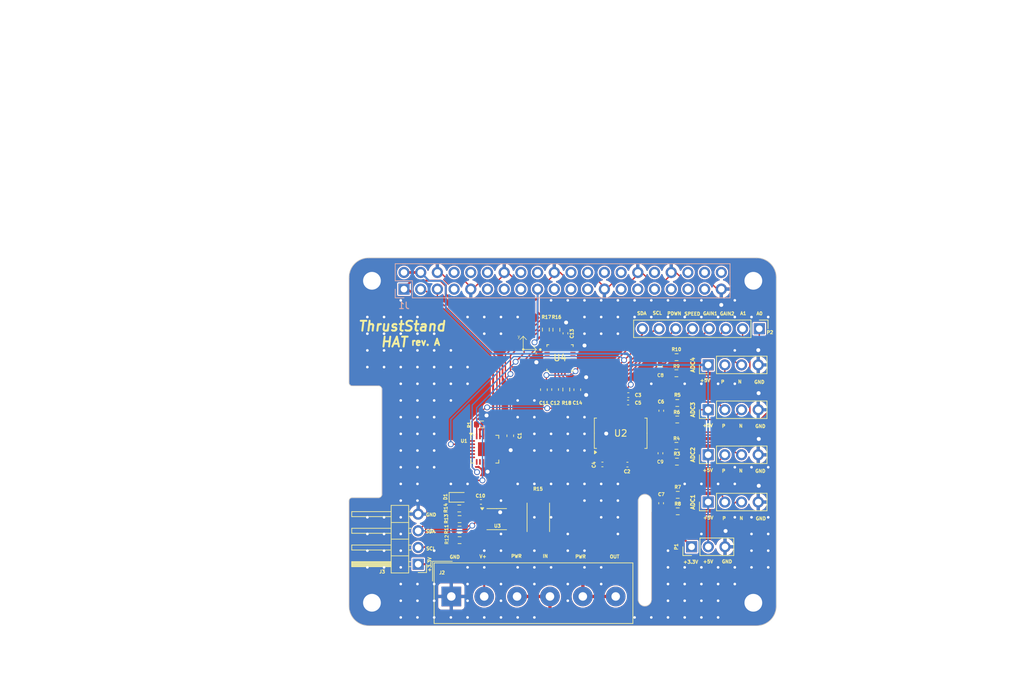
<source format=kicad_pcb>
(kicad_pcb (version 20240108) (generator "pcbnew") (generator_version "8.0")
  (title_block (date "15 nov 2012"))
  (layers (0 "F.Cu" signal) (31 "B.Cu" signal) (34 "B.Paste" user) (35 "F.Paste" user) (36 "B.SilkS" user "B.Silkscreen") (37 "F.SilkS" user "F.Silkscreen") (38 "B.Mask" user) (39 "F.Mask" user) (44 "Edge.Cuts" user))
  (net 0 "")
  (net 1 "GND")
  (net 2 "/GPIO4{slash}GPCLK0")
  (net 3 "/GPIO14{slash}TXD0")
  (net 4 "/GPIO15{slash}RXD0")
  (net 5 "/GPIO17")
  (net 6 "/GPIO18{slash}PCM.CLK")
  (net 7 "/GPIO27")
  (net 8 "/GPIO22")
  (net 9 "/GPIO23")
  (net 10 "/GPIO24")
  (net 11 "/GPIO10{slash}SPI0.MOSI")
  (net 12 "/GPIO9{slash}SPI0.MISO")
  (net 13 "/GPIO25")
  (net 14 "/GPIO11{slash}SPI0.SCLK")
  (net 15 "/GPIO8{slash}SPI0.CE0")
  (net 16 "/GPIO7{slash}SPI0.CE1")
  (net 17 "/ID_SDA")
  (net 18 "/ID_SCL")
  (net 19 "/GPIO5")
  (net 20 "/GPIO6")
  (net 21 "/GPIO12{slash}PWM0")
  (net 22 "/GPIO13{slash}PWM1")
  (net 23 "/GPIO19{slash}PCM.FS")
  (net 24 "/GPIO16")
  (net 25 "/GPIO26")
  (net 26 "/GPIO20{slash}PCM.DIN")
  (net 27 "/GPIO21{slash}PCM.DOUT")
  (net 28 "+5V")
  (net 29 "+3V3")
  (net 30 "Net-(ADC1-Pin_3)")
  (net 31 "Net-(ADC1-Pin_2)")
  (net 32 "Net-(ADC2-Pin_3)")
  (net 33 "Net-(ADC2-Pin_2)")
  (net 34 "Net-(ADC3-Pin_3)")
  (net 35 "Net-(ADC3-Pin_2)")
  (net 36 "Net-(ADC4-Pin_2)")
  (net 37 "Net-(ADC4-Pin_3)")
  (net 38 "Net-(C2-Pad2)")
  (net 39 "Net-(C2-Pad1)")
  (net 40 "+3.3V")
  (net 41 "A2_P")
  (net 42 "A2_N")
  (net 43 "A3_N")
  (net 44 "A3_P")
  (net 45 "A4_N")
  (net 46 "A4_P")
  (net 47 "A1_N")
  (net 48 "A1_P")
  (net 49 "Net-(U4-CPOUT)")
  (net 50 "Net-(U4-REGOUT)")
  (net 51 "Net-(D1-K)")
  (net 52 "/SHUNT_IN")
  (net 53 "/SHUNT_OUT")
  (net 54 "/VOLTAGE_IN")
  (net 55 "SDA")
  (net 56 "A1")
  (net 57 "GAIN0")
  (net 58 "GAIN1")
  (net 59 "PDWN")
  (net 60 "SPEED")
  (net 61 "A0")
  (net 62 "Net-(U3-~{Alert})")
  (net 63 "SDA3")
  (net 64 "Net-(U4-AD0)")
  (net 80 "SDA1")
  (net 81 "SCLK1")
  (net 82 "SCLK2")
  (net 83 "SDA2")
  (net 84 "Net-(U1-~{RESET})")
  (net 85 "SCLK3")
  (net 92 "SCL")
  (footprint "Connector_PinHeader_2.54mm:PinHeader_1x04_P2.54mm_Vertical" (layer "F.Cu") (at 154.625 67.125 90)
    (property "Reference" "ADC3")
    (property "Value" "Conn_01x04_Pin")
  )
  (footprint "MountingHole:MountingHole_2.7mm_M2.5" (layer "F.Cu") (at 161.5 47.5)
    (property "Reference" "MH2" (hide yes))
    (property "Value" "MountingHole_2.7mm_M2.5" (hide yes))
  )
  (footprint "Resistor_SMD:R_0603_1608Metric" (layer "F.Cu") (at 150 82.585)
    (property "Reference" "R8")
    (property "Value" "1K")
  )
  (footprint "TerminalBlock_Altech:Altech_AK100_1x06_P5.00mm" (layer "F.Cu") (at 115.5675 95.5425)
    (property "Reference" "J2")
    (property "Value" "Screw_Terminal_01x06")
  )
  (footprint "Capacitor_SMD:C_0402_1005Metric" (layer "F.Cu") (at 142.455 66.025 180)
    (property "Reference" "C5")
    (property "Value" "2.2uF")
  )
  (footprint "Resistor_SMD:R_0603_1608Metric" (layer "F.Cu") (at 149.8 72.625)
    (property "Reference" "R4")
    (property "Value" "1K")
  )
  (footprint "Resistor_SMD:R_0603_1608Metric" (layer "F.Cu") (at 149.825 59.125)
    (property "Reference" "R10")
    (property "Value" "1K")
  )
  (footprint "Connector_PinHeader_2.54mm:PinHeader_1x08_P2.54mm_Vertical" (layer "F.Cu") (at 162.405 54.8 -90)
    (property "Reference" "P2")
    (property "Value" "Conn_01x08_Pin")
  )
  (footprint "Resistor_SMD:R_0603_1608Metric" (layer "F.Cu") (at 129.945 54.925 90)
    (property "Reference" "R17")
    (property "Value" "4.7k")
  )
  (footprint "Capacitor_SMD:C_0402_1005Metric" (layer "F.Cu") (at 142.35 75.475)
    (property "Reference" "C2")
    (property "Value" "100N")
  )
  (footprint "Package_SO:TSSOP-28_4.4x7.8mm_P0.5mm" (layer "F.Cu") (at 141.325 70.7 90)
    (property "Reference" "U2")
    (property "Value" "ADS1234IPW")
  )
  (footprint "Capacitor_SMD:C_0402_1005Metric" (layer "F.Cu") (at 138.545 75.45 180)
    (property "Reference" "C4")
    (property "Value" "2.2uF")
  )
  (footprint "Resistor_SMD:R_0603_1608Metric" (layer "F.Cu") (at 149.875 75.025)
    (property "Reference" "R3")
    (property "Value" "1K")
  )
  (footprint "MPU6050:QFN50P400X400X95-24N" (layer "F.Cu") (at 132.1 59.225)
    (property "Reference" "U4")
    (property "Value" "MPU-6050")
  )
  (footprint "Capacitor_SMD:C_0402_1005Metric" (layer "F.Cu") (at 147.475 81.355 -90)
    (property "Reference" "C7")
    (property "Value" "100N")
  )
  (footprint "LED_SMD:LED_0603_1608Metric" (layer "F.Cu") (at 116.725 80.45)
    (property "Reference" "D1")
    (property "Value" "LED")
  )
  (footprint "Capacitor_SMD:C_0402_1005Metric" (layer "F.Cu") (at 147.5 67.275 -90)
    (property "Reference" "C6")
    (property "Value" "100N")
  )
  (footprint "Connector_PinHeader_2.54mm:PinHeader_1x04_P2.54mm_Vertical" (layer "F.Cu") (at 154.625 60.3 90)
    (property "Reference" "ADC4")
    (property "Value" "Conn_01x04_Pin")
  )
  (footprint "Package_SO:VSSOP-10_3x3mm_P0.5mm" (layer "F.Cu") (at 122.475 83.775)
    (property "Reference" "U3")
    (property "Value" "INA228")
  )
  (footprint "Connector_PinHeader_2.54mm:PinHeader_1x04_P2.54mm_Vertical" (layer "F.Cu") (at 154.625 81.175 90)
    (property "Reference" "ADC1")
    (property "Value" "Conn_01x04_Pin")
  )
  (footprint "Capacitor_SMD:C_0603_1608Metric" (layer "F.Cu") (at 134.725 64.075 -90)
    (property "Reference" "C14")
    (property "Value" "0.1uF")
  )
  (footprint "Resistor_SMD:R_0603_1608Metric" (layer "F.Cu") (at 131.545 54.95 -90)
    (property "Reference" "R16")
    (property "Value" "4.7k")
  )
  (footprint "MountingHole:MountingHole_2.7mm_M2.5" (layer "F.Cu") (at 103.5 96.5)
    (property "Reference" "MH3" (hide yes))
    (property "Value" "MountingHole_2.7mm_M2.5" (hide yes))
  )
  (footprint "MountingHole:MountingHole_2.7mm_M2.5" (layer "F.Cu") (at 103.5 47.5)
    (property "Reference" "MH1" (hide yes))
    (property "Value" "MountingHole_2.7mm_M2.5" (hide yes))
  )
  (footprint "Resistor_SMD:R_0603_1608Metric" (layer "F.Cu") (at 116.825 85.375)
    (property "Reference" "R11")
    (property "Value" "4.7K")
  )
  (footprint "Connector_PinHeader_2.54mm:PinHeader_1x04_P2.54mm_Vertical" (layer "F.Cu") (at 154.625 73.975 90)
    (property "Reference" "ADC2")
    (property "Value" "Conn_01x04_Pin")
  )
  (footprint "Capacitor_SMD:C_0603_1608Metric" (layer "F.Cu") (at 129.65 64.075 -90)
    (property "Reference" "C11")
    (property "Value" "0.01uF")
  )
  (footprint "Resistor_SMD:R_0603_1608Metric" (layer "F.Cu") (at 116.825 86.975)
    (property "Reference" "R12")
    (property "Value" "4.7K")
  )
  (footprint "Capacitor_SMD:C_0402_1005Metric" (layer "F.Cu") (at 147.3 60.525 90)
    (property "Reference" "C8")
    (property "Value" "100N")
  )
  (footprint "Connector_PinHeader_2.54mm:PinHeader_1x04_P2.54mm_Horizontal" (layer "F.Cu") (at 110.525 90.63 180)
    (property "Reference" "J3")
    (property "Value" "Conn_01x04_Pin")
  )
  (footprint "Resistor_SMD:R_0603_1608Metric" (layer "F.Cu") (at 149.925 68.61)
    (property "Reference" "R6")
    (property "Value" "1K")
  )
  (footprint "Capacitor_SMD:C_0603_1608Metric" (layer "F.Cu") (at 124.535 71.085 -90)
    (property "Reference" "C1")
    (property "Value" "0.1uF")
  )
  (footprint "Resistor_SMD:R_0603_1608Metric" (layer "F.Cu") (at 116.775 82.15)
    (property "Reference" "R14")
    (property "Value" "4.7K")
  )
  (footprint "Capacitor_SMD:C_0402_1005Metric" (layer "F.Cu") (at 120.075 81.15)
    (property "Reference" "C10")
    (property "Value" "100N")
  )
  (footprint "Resistor_SMD:R_0603_1608Metric" (layer "F.Cu") (at 149.8 61.575)
    (property "Reference" "R9")
    (property "Value" "1K")
  )
  (footprint "Resistor_SMD:R_0603_1608Metric" (layer "F.Cu") (at 149.925 66.1)
    (property "Reference" "R5")
    (property "Value" "1K")
  )
  (footprint "Connector_PinHeader_2.54mm:PinHeader_1x03_P2.54mm_Vertical" (layer "F.Cu") (at 152.11 87.975 90)
    (property "Reference" "P1")
    (property "Value" "Conn_01x03_Pin")
  )
  (footprint "Capacitor_SMD:C_0402_1005Metric" (layer "F.Cu") (at 132.925 55.5 90)
    (property "Reference" "C13")
    (property "Value" "2200pF")
  )
  (footprint "MountingHole:MountingHole_2.7mm_M2.5" (layer "F.Cu") (at 161.5 96.5)
    (property "Reference" "MH4" (hide yes))
    (property "Value" "MountingHole_2.7mm_M2.5" (hide yes))
  )
  (footprint "Resistor_SMD:R_2512_6332Metric" (layer "F.Cu") (at 128.8 83.5 -90)
    (property "Reference" "R15")
    (property "Value" "I_SENSE")
  )
  (footprint "Package_DFN_QFN:Texas_RGE0024C_VQFN-24-1EP_4x4mm_P0.5mm_EP2.1x2.1mm" (layer "F.Cu") (at 120.675 73.125)
    (property "Reference" "U1")
    (property "Value" "TCA9548AMRGER")
  )
  (footprint "Resistor_SMD:R_0603_1608Metric" (layer "F.Cu") (at 150 80.075)
    (property "Reference" "R7")
    (property "Value" "1K")
  )
  (footprint "Resistor_SMD:R_0603_1608Metric" (layer "F.Cu") (at 120.235 69.36)
    (property "Reference" "R1")
    (property "Value" "10k")
  )
  (footprint "Capacitor_SMD:C_0603_1608Metric" (layer "F.Cu") (at 131.35 64.05 -90)
    (property "Reference" "C12")
    (property "Value" "0.1uF")
  )
  (footprint "Capacitor_SMD:C_0402_1005Metric" (layer "F.Cu") (at 142.48 64.9)
    (property "Reference" "C3")
    (property "Value" "100N")
  )
  (footprint "Resistor_SMD:R_0603_1608Metric" (layer "F.Cu") (at 116.825 83.775)
    (property "Reference" "R13")
    (property "Value" "10K")
  )
  (footprint "Resistor_SMD:R_0603_1608Metric" (layer "F.Cu") (at 133.05 64.05 90)
    (property "Reference" "R18")
    (property "Value" "4.7k")
  )
  (footprint "Capacitor_SMD:C_0402_1005Metric" (layer "F.Cu") (at 147.375 73.75 90)
    (property "Reference" "C9")
    (property "Value" "100N")
  )
  (footprint "Connector_PinSocket_2.54mm:PinSocket_2x20_P2.54mm_Vertical" (layer "B.Cu") (at 108.37 48.77 -90)
    (property "Reference" "J1")
    (property "Value" "GPIO")
  )
  (gr_line (start 128.507831 57.950003) (end 127.995 58.45) (stroke (width 0.1)) (layer "F.SilkS"))
  (gr_line (start 126.501978 55.94415) (end 126.501978 57.950003) (stroke (width 0.1)) (layer "F.SilkS"))
  (gr_line (start 126.501978 55.94415) (end 126.001981 56.456981) (stroke (width 0.1)) (layer "F.SilkS"))
  (gr_line (start 126.501978 55.94415) (end 127.001975 56.456981) (stroke (width 0.1)) (layer "F.SilkS"))
  (gr_line (start 128.507831 57.950003) (end 126.501978 57.950003) (stroke (width 0.1)) (layer "F.SilkS"))
  (gr_line (start 128.507831 57.950003) (end 127.995 57.450006) (stroke (width 0.1)) (layer "F.SilkS"))
  (gr_circle (center 126.501978 57.950003) (end 126.585621 57.881112) (stroke (width 0.15)) (fill none) (layer "F.SilkS"))
  (gr_arc (start 100.5 63.5) (mid 100.146447 63.353553) (end 100 63) (stroke (width 0.1)) (layer "Edge.Cuts"))
  (gr_arc (start 162 44) (mid 164.12132 44.87868) (end 165 47) (stroke (width 0.1)) (layer "Edge.Cuts"))
  (gr_line (start 165 97) (end 165 47) (stroke (width 0.1)) (layer "Edge.Cuts"))
  (gr_line (start 100 47) (end 100 63) (stroke (width 0.1)) (layer "Edge.Cuts"))
  (gr_line (start 146 81) (end 146 96) (stroke (width 0.1)) (layer "Edge.Cuts"))
  (gr_line (start 144 96) (end 144 81) (stroke (width 0.1)) (layer "Edge.Cuts"))
  (gr_arc (start 103 100) (mid 100.87868 99.12132) (end 100 97) (stroke (width 0.1)) (layer "Edge.Cuts"))
  (gr_line (start 103 100) (end 162 100) (stroke (width 0.1)) (layer "Edge.Cuts"))
  (gr_line (start 104.5 80.5) (end 100.5 80.5) (stroke (width 0.1)) (layer "Edge.Cuts"))
  (gr_arc (start 144 81) (mid 145 80) (end 146 81) (stroke (width 0.1)) (layer "Edge.Cuts"))
  (gr_arc (start 100 81) (mid 100.146138 80.646755) (end 100.499127 80.500001) (stroke (width 0.1)) (layer "Edge.Cuts"))
  (gr_arc (start 165 97) (mid 164.12132 99.12132) (end 162 100) (stroke (width 0.1)) (layer "Edge.Cuts"))
  (gr_line (start 105 64) (end 105 80) (stroke (width 0.1)) (layer "Edge.Cuts"))
  (gr_arc (start 100 47) (mid 100.87868 44.87868) (end 103 44) (stroke (width 0.1)) (layer "Edge.Cuts"))
  (gr_arc (start 146 96) (mid 145 97) (end 144 96) (stroke (width 0.1)) (layer "Edge.Cuts"))
  (gr_line (start 100 81) (end 100 97) (stroke (width 0.1)) (layer "Edge.Cuts"))
  (gr_line (start 100.5 63.5) (end 104.5 63.5) (stroke (width 0.1)) (layer "Edge.Cuts"))
  (gr_arc (start 105 80) (mid 104.853553 80.353553) (end 104.5 80.5) (stroke (width 0.1)) (layer "Edge.Cuts"))
  (gr_arc (start 104.5 63.5) (mid 104.853553 63.646447) (end 105 64) (stroke (width 0.1)) (layer "Edge.Cuts"))
  (gr_line (start 162 44) (end 103 44) (stroke (width 0.1)) (layer "Edge.Cuts"))
  (gr_text "N\n" (at 159.25 69.875 0) (layer "F.SilkS") (effects (font (size 0.5 0.5) (thickness 0.125) (bold yes)) (justify left bottom)))
  (gr_text "ThrustStand\n   HAT " (at 101.27 57.7 0) (layer "F.SilkS") (effects (font (size 1.5 1.5) (thickness 0.3) (bold yes) (italic yes)) (justify left bottom)))
  (gr_text "N\n" (at 159.325 83.925 0) (layer "F.SilkS") (effects (font (size 0.5 0.5) (thickness 0.125) (bold yes)) (justify left bottom)))
  (gr_text "GAIN1\n" (at 153.775 52.775 0) (layer "F.SilkS") (effects (font (size 0.5 0.5) (thickness 0.125) (bold yes)) (justify left bottom)))
  (gr_text "V+" (at 119.775 89.75 0) (layer "F.SilkS") (effects (font (size 0.5 0.5) (thickness 0.125) (bold yes)) (justify left bottom)))
  (gr_text "PWR" (at 124.6 89.7 0) (layer "F.SilkS") (effects (font (size 0.5 0.5) (thickness 0.125) (bold yes)) (justify left bottom)))
  (gr_text "GND\n" (at 115.25 89.825 0) (layer "F.SilkS") (effects (font (size 0.5 0.5) (thickness 0.125) (bold yes)) (justify left bottom)))
  (gr_text "A0\n" (at 161.9 52.775 0) (layer "F.SilkS") (effects (font (size 0.5 0.5) (thickness 0.125) (bold yes)) (justify left bottom)))
  (gr_text "SDA" (at 143.75 52.75 0) (layer "F.SilkS") (effects (font (size 0.5 0.5) (thickness 0.125) (bold yes)) (justify left bottom)))
  (gr_text "P\n" (at 156.65 76.725 0) (layer "F.SilkS") (effects (font (size 0.5 0.5) (thickness 0.125) (bold yes)) (justify left bottom)))
  (gr_text "N\n" (at 159.25 76.7 0) (layer "F.SilkS") (effects (font (size 0.5 0.5) (thickness 0.125) (bold yes)) (justify left bottom)))
  (gr_text "GAIN2\n\n" (at 156.35 53.6 0) (layer "F.SilkS") (effects (font (size 0.5 0.5) (thickness 0.125) (bold yes)) (justify left bottom)))
  (gr_text "GND\n" (at 156.65 90.525 0) (layer "F.SilkS") (effects (font (size 0.5 0.5) (thickness 0.125) (bold yes)) (justify left bottom)))
  (gr_text "GND\n" (at 161.725 76.75 0) (layer "F.SilkS") (effects (font (size 0.5 0.5) (thickness 0.125) (bold yes)) (justify left bottom)))
  (gr_text "+5V\n" (at 153.725 69.8 0) (layer "F.SilkS") (effects (font (size 0.5 0.5) (thickness 0.125) (bold yes)) (justify left bottom)))
  (gr_text "+5V\n" (at 153.725 76.625 0) (layer "F.SilkS") (effects (font (size 0.5 0.5) (thickness 0.125) (bold yes)) (justify left bottom)))
  (gr_text "SCL\n" (at 146.125 52.7 0) (layer "F.SilkS") (effects (font (size 0.5 0.5) (thickness 0.125) (bold yes)) (justify left bottom)))
  (gr_text "P\n" (at 156.725 83.95 0) (layer "F.SilkS") (effects (font (size 0.5 0.5) (thickness 0.125) (bold yes)) (justify left bottom)))
  (gr_text "+3.3V\n" (at 150.775 90.575 0) (layer "F.SilkS") (effects (font (size 0.5 0.5) (thickness 0.125) (bold yes)) (justify left bottom)))
  (gr_text "x" (at 128.269866 58.81498 0) (layer "F.SilkS") (effects (font (size 0.5 0.5) (thickness 0.125)) (justify left bottom)))
  (gr_text "rev. A" (at 109.33 57.43 0) (layer "F.SilkS") (effects (font (size 1 1) (thickness 0.25) (bold yes)) (justify left bottom)))
  (gr_text "A1" (at 159.425 52.75 0) (layer "F.SilkS") (effects (font (size 0.5 0.5) (thickness 0.125) (bold yes)) (justify left bottom)))
  (gr_text "GND\n" (at 161.575 63.2 0) (layer "F.SilkS") (effects (font (size 0.5 0.5) (thickness 0.125) (bold yes)) (justify left bottom)))
  (gr_text "SDA\n" (at 111.6 85.95 0) (layer "F.SilkS") (effects (font (size 0.5 0.5) (thickness 0.125) (bold yes)) (justify left bottom)))
  (gr_text "P\n" (at 156.65 69.9 0) (layer "F.SilkS") (effects (font (size 0.5 0.5) (thickness 0.125) (bold yes)) (justify left bottom)))
  (gr_text "GND\n" (at 111.65 83.4 0) (layer "F.SilkS") (effects (font (size 0.5 0.5) (thickness 0.125) (bold yes)) (justify left bottom)))
  (gr_text "PWR\n" (at 134.35 89.775 0) (layer "F.SilkS") (effects (font (size 0.5 0.5) (thickness 0.125) (bold yes)) (justify left bottom)))
  (gr_text "+5V\n" (at 153.8 83.85 0) (layer "F.SilkS") (effects (font (size 0.5 0.5) (thickness 0.125) (bold yes)) (justify left bottom)))
  (gr_text "SPEED\n" (at 150.95 52.825 0) (layer "F.SilkS") (effects (font (size 0.5 0.5) (thickness 0.125) (bold yes)) (justify left bottom)))
  (gr_text "GND\n" (at 161.8 83.975 0) (layer "F.SilkS") (effects (font (size 0.5 0.5) (thickness 0.125) (bold yes)) (justify left bottom)))
  (gr_text "IN\n" (at 129.4 89.7 0) (layer "F.SilkS") (effects (font (size 0.5 0.5) (thickness 0.125) (bold yes)) (justify left bottom)))
  (gr_text "SCL\n" (at 111.675 88.55 0) (layer "F.SilkS") (effects (font (size 0.5 0.5) (thickness 0.125) (bold yes)) (justify left bottom)))
  (gr_text "PDWN\n" (at 148.35 52.775 0) (layer "F.SilkS") (effects (font (size 0.5 0.5) (thickness 0.125) (bold yes)) (justify left bottom)))
  (gr_text "OUT\n" (at 139.6 89.775 0) (layer "F.SilkS") (effects (font (size 0.5 0.5) (thickness 0.125) (bold yes)) (justify left bottom)))
  (gr_text "GND\n" (at 161.725 69.925 0) (layer "F.SilkS") (effects (font (size 0.5 0.5) (thickness 0.125) (bold yes)) (justify left bottom)))
  (gr_text "+5V\n" (at 153.775 90.525 0) (layer "F.SilkS") (effects (font (size 0.5 0.5) (thickness 0.125) (bold yes)) (justify left bottom)))
  (gr_text "+5V\n" (at 153.325 62.95 0) (layer "F.SilkS") (effects (font (size 0.5 0.5) (thickness 0.125) (bold yes)) (justify left bottom)))
  (gr_text "P\n" (at 156.5 63.175 0) (layer "F.SilkS") (effects (font (size 0.5 0.5) (thickness 0.125) (bold yes)) (justify left bottom)))
  (gr_text "y" (at 125.626106 56.28283 0) (layer "F.SilkS") (effects (font (size 0.5 0.5) (thickness 0.125)) (justify left bottom)))
  (gr_text "+3.3V\n" (at 112.55 91.875 90) (layer "F.SilkS") (effects (font (size 0.5 0.5) (thickness 0.125) (bold yes)) (justify left bottom)))
  (gr_text "N\n" (at 159.1 63.15 0) (layer "F.SilkS") (effects (font (size 0.5 0.5) (thickness 0.125) (bold yes)) (justify left bottom)))
  (segment (start 140.425 47.5) (end 139.155 48.77) (width 0.2) (layer "F.Cu") (net 1))
  (segment (start 162.245 64.655) (end 162.3 64.6) (width 0.2) (layer "F.Cu") (net 1))
  (segment (start 157.19 87.975) (end 157.19 85.66) (width 0.2) (layer "F.Cu") (net 1))
  (segment (start 137.8812 47.5) (end 139.1512 48.77) (width 0.2) (layer "F.Cu") (net 1))
  (segment (start 124.535 71.86) (end 124.535 73.21) (width 0.2) (layer "F.Cu") (net 1))
  (segment (start 129.65 64.85) (end 129.675 64.825) (width 0.2) (layer "F.Cu") (net 1))
  (segment (start 132.85 61.195) (end 132.85 61.764314) (width 0.2) (layer "F.Cu") (net 1))
  (segment (start 139.075 73.5625) (end 139.075 70.8) (width 0.2) (layer "F.Cu") (net 1))
  (segment (start 143.93 46.23) (end 144.2312 46.23) (width 0.2) (layer "F.Cu") (net 1))
  (segment (start 141.575 68.60741) (end 141.575 67.8375) (width 0.2) (layer "F.Cu") (net 1))
  (segment (start 128.5 59.125) (end 128.5 59.9) (width 0.2) (layer "F.Cu") (net 1))
  (segment (start 118.53 48.77) (end 118.8312 48.77) (width 0.2) (layer "F.Cu") (net 1))
  (segment (start 142.575 66.9374) (end 142.2988 66.6612) (width 0.2) (layer "F.Cu") (net 1))
  (segment (start 120.25 68.675) (end 120.925 68) (width 0.2) (layer "F.Cu") (net 1))
  (segment (start 162.245 67.125) (end 162.245 64.655) (width 0.2) (layer "F.Cu") (net 1))
  (segment (start 133 64.825) (end 133.05 64.875) (width 0.2) (layer "F.Cu") (net 1))
  (segment (start 140.075 73.5625) (end 140.075 74.3801) (width 0.2) (layer "F.Cu") (net 1))
  (segment (start 149.01 46.23) (end 149.3112 46.23) (width 0.2) (layer "F.Cu") (net 1))
  (segment (start 132.925 53.95) (end 133.025 53.85) (width 0.2) (layer "F.Cu") (net 1))
  (segment (start 129.65 64.85) (end 129.3989 65.1011) (width 0.2) (layer "F.Cu") (net 1))
  (segment (start 139.025 75.45) (end 139.075 75.4) (width 0.2) (layer "F.Cu") (net 1))
  (segment (start 139.8531 74.602) (end 139.075 74.602) (width 0.2) (layer "F.Cu") (net 1))
  (segment (start 142.96 66) (end 142.96 64.9) (width 0.2) (layer "F.Cu") (net 1))
  (segment (start 122.6412 47.5) (end 120.1 47.5) (width 0.2) (layer "F.Cu") (net 1))
  (segment (start 123 82.725) (end 122.13 82.725) (width 0.2) (layer "F.Cu") (net 1))
  (segment (start 120.1 47.5) (end 118.8312 48.7688) (width 0.2) (layer "F.Cu") (net 1))
  (segment (start 119.925 70.275) (end 120.25 69.95) (width 0.2) (layer "F.Cu") (net 1))
  (segment (start 120.425 75.9) (end 121.075 76.55) (width 0.2) (layer "F.Cu") (net 1))
  (segment (start 119.925 71.1875) (end 119.925 70.275) (width 0.2) (layer "F.Cu") (net 1))
  (segment (start 125.45 47.525) (end 124.155 46.23) (width 0.2) (layer "F.Cu") (net 1))
  (segment (start 140.075 74.3801) (end 139.8531 74.602) (width 0.2) (layer "F.Cu") (net 1))
  (segment (start 132.925 55.02) (end 132.925 53.95) (width 0.2) (layer "F.Cu") (net 1))
  (segment (start 134.07 57.975) (end 135.2 57.975) (width 0.2) (layer "F.Cu") (net 1))
  (segment (start 133.075 64.85) (end 134.3491 64.85) (width 0.2) (layer "F.Cu") (net 1))
  (segment (start 131.5312 46.23) (end 130.2362 47.525) (width 0.2) (layer "F.Cu") (net 1))
  (segment (start 130.2362 47.525) (end 125.45 47.525) (width 0.2) (layer "F.Cu") (net 1))
  (segment (start 149.73 46.23) (end 149.3112 46.23) (width 0.2) (layer "F.Cu") (net 1))
  (segment (start 123.61 46.23) (end 123.9112 46.23) (width 0.2) (layer "F.Cu") (net 1))
  (segment (start 139.075 74.602) (end 139.075 73.5625) (width 0.2) (layer "F.Cu") (net 1))
  (segment (start 124.535 73.21) (end 124.6 73.275) (width 0.2) (layer "F.Cu") (net 1))
  (segment (start 139.155 48.77) (end 139.1512 48.77) (width 0.2) (layer "F.Cu") (net 1))
  (segment (start 120.25 69.95) (end 120.25 68.675) (width 0.2) (layer "F.Cu") (net 1))
  (segment (start 162.245 71.655) (end 162.325 71.575) (width 0.2) (layer "F.Cu") (net 1))
  (segment (start 119.925 71.1875) (end 120.2152 71.1875) (width 0.2) (layer "F.Cu") (net 1))
  (segment (start 122.6125 71.875) (end 122.6275 71.86) (width 0.2) (layer "F.Cu") (net 1))
  (segment (start 154.775 47.55) (end 151.05 47.55) (width 0.2) (layer "F.Cu") (net 1))
  (segment (start 113.93 46.23) (end 113.45 46.23) (width 0.2) (layer "F.Cu") (net 1))
  (segment (start 122.6275 71.86) (end 124.535 71.86) (width 0.2) (layer "F.Cu") (net 1))
  (segment (start 142.575 67.8375) (end 142.575 66.9374) (width 0.2) (layer "F.Cu") (net 1))
  (segment (start 162.245 60.3) (end 162.245 58.055) (width 0.2) (layer "F.Cu") (net 1))
  (segment (start 136.025 62.125) (end 136.075 62.175) (width 0.2) (layer "F.Cu") (net 1))
  (segment (start 132.1132 46.23) (end 133.3832 47.5) (width 0.2) (layer "F.Cu") (net 1))
  (segment (start 134.725 64.85) (end 136.05 64.85) (width 0.2) (layer "F.Cu") (net 1))
  (segment (start 162.245 58.055) (end 162.25 58.05) (width 0.2) (layer "F.Cu") (net 1))
  (segment (start 124.155 46.23) (end 123.61 46.23) (width 0.2) (layer "F.Cu") (net 1))
  (segment (start 130.13 57.975) (end 129.65 57.975) (width 0.2) (layer "F.Cu") (net 1))
  (segment (start 141.575 67.064) (end 141.575 67.8375) (width 0.2) (layer "F.Cu") (net 1))
  (segment (start 123.9112 46.23) (end 122.6412 47.5) (width 0.2) (layer "F.Cu") (net 1))
  (segment (start 162.245 73.975) (end 162.245 71.655) (width 0.2) (layer "F.Cu") (net 1))
  (segment (start 142.2988 66.6612) (end 142.935 66.025) (width 0.2) (layer "F.Cu") (net 1))
  (segment (start 139.125 70.75) (end 139.43241 70.75) (width 0.2) (layer "F.Cu") (net 1))
  (segment (start 134.3491 64.85) (end 134.4701 64.85) (width 0.2) (layer "F.Cu") (net 1))
  (segment (start 120.2152 71.1875) (end 120.425 71.1875) (width 0.2) (layer "F.Cu") (net 1))
  (segment (start 132.85 61.764314) (end 133.210686 62.125) (width 0.2) (layer "F.Cu") (net 1))
  (segment (start 136.05 64.85) (end 136.075 64.875) (width 0.2) (layer "F.Cu") (net 1))
  (segment (start 120.425 75.0625) (end 120.425 75.9) (width 0.2) (layer "F.Cu") (net 1))
  (segment (start 155.995 48.77) (end 154.775 47.55) (width 0.2) (layer "F.Cu") (net 1))
  (segment (start 157.19 85.66) (end 157.275 85.575) (width 0.2) (layer "F.Cu") (net 1))
  (segment (start 144.53 46.23) (end 143.93 46.23) (width 0.2) (layer "F.Cu") (net 1))
  (segment (start 129.65 57.975) (end 128.5 59.125) (width 0.2) (layer "F.Cu") (net 1))
  (segment (start 133.05 64.875) (end 133.075 64.85) (width 0.2) (layer "F.Cu") (net 1))
  (segment (start 148.0162 47.525) (end 145.825 47.525) (width 0.2) (layer "F.Cu") (net 1))
  (segment (start 162.245 81.175) (end 162.245 78.78) (width 0.2) (layer "F.Cu") (net 1))
  (segment (start 162.245 78.78) (end 162.325 78.7) (width 0.2) (layer "F.Cu") (net 1))
  (segment (start 139.075 75.4) (end 139.075 74.602) (width 0.2) (layer "F.Cu") (net 1))
  (segment (start 151.05 47.55) (end 149.73 46.23) (width 0.2) (layer "F.Cu") (net 1))
  (segment (start 139.43241 70.75) (end 141.575 68.60741) (width 0.2) (layer "F.Cu") (net 1))
  (segment (start 138.85 48.77) (end 138.9253 48.77) (width 0.2) (layer "F.Cu") (net 1))
  (segment (start 138.9253 48.77) (end 139.1512 48.77) (width 0.2) (layer "F.Cu") (net 1))
  (segment (start 138.575 73.5625) (end 139.075 73.5625) (width 0.2) (layer "F.Cu") (net 1))
  (segment (start 131.35 64.825) (end 133 64.825) (width 0.2) (layer "F.Cu") (net 1))
  (segment (start 123 83.35741) (end 123.91759 84.275) (width 0.2) (layer "F.Cu") (net 1))
  (segment (start 140.575 73.5625) (end 140.075 73.5625) (width 0.2) (layer "F.Cu") (net 1))
  (segment (start 145.825 47.525) (end 144.53 46.23) (width 0.2) (layer "F.Cu") (net 1))
  (segment (start 123 82.725) (end 123 83.35741) (width 0.2) (layer "F.Cu") (net 1))
  (segment (start 156.63 48.77) (end 155.995 48.77) (width 0.2) (layer "F.Cu") (net 1))
  (segment (start 131.5312 46.23) (end 132.1132 46.23) (width 0.2) (layer "F.Cu") (net 1))
  (segment (start 135.2 57.975) (end 135.825 57.35) (width 0.2) (layer "F.Cu") (net 1))
  (segment (start 115.2 47.5) (end 113.93 46.23) (width 0.2) (layer "F.Cu") (net 1))
  (segment (start 122.13 82.725) (end 120.555 81.15) (width 0.2) (layer "F.Cu") (net 1))
  (segment (start 117.5612 47.5) (end 115.2 47.5) (width 0.2) (layer "F.Cu") (net 1))
  (segment (start 129.675 64.825) (end 131.35 64.825) (width 0.2) (layer "F.Cu") (net 1))
  (segment (start 142.9612 47.5) (end 140.425 47.5) (width 0.2) (layer "F.Cu") (net 1))
  (segment (start 142.2988 66.6612) (end 141.9778 66.6612) (width 0.2) (layer "F.Cu") (net 1))
  (segment (start 118.8312 48.77) (end 117.5612 47.5) (width 0.2) (layer "F.Cu") (net 1))
  (segment (start 133.3832 47.5) (end 137.8812 47.5) (width 0.2) (layer "F.Cu") (net 1))
  (segment (start 123.91759 84.275) (end 124.675 84.275) (width 0.2) (layer "F.Cu") (net 1))
  (segment (start 120.425 71.1875) (end 119.925 71.1875) (width 0.2) (layer "F.Cu") (net 1))
  (segment (start 139.075 70.8) (end 139.125 70.75) (width 0.2) (layer "F.Cu") (net 1))
  (segment (start 149.3112 46.23) (end 148.0162 47.525) (width 0.2) (layer "F.Cu") (net 1))
  (segment (start 144.2312 46.23) (end 142.9612 47.5) (width 0.2) (layer "F.Cu") (net 1))
  (segment (start 118.8312 48.7688) (end 118.8312 48.77) (width 0.2) (layer "F.Cu") (net 1))
  (segment (start 142.935 66.025) (end 142.96 66) (width 0.2) (layer "F.Cu") (net 1))
  (segment (start 133.210686 62.125) (end 136.025 62.125) (width 0.2) (layer "F.Cu") (net 1))
  (segment (start 141.9778 66.6612) (end 141.575 67.064) (width 0.2) (layer "F.Cu") (net 1))
  (segment (start 134.3491 64.85) (end 134.725 64.85) (width 0.2) (layer "F.Cu") (net 1))
  (segment (start 131.23 46.23) (end 131.5312 46.23) (width 0.2) (layer "F.Cu") (net 1))
  (via (at 105.339826 91.113159) (size 0.8) (drill 0.4) (layers "F.Cu" "B.Cu") (net 1))
  (via (at 105.339826 53.013159) (size 0.8) (drill 0.4) (layers "F.Cu" "B.Cu") (net 1))
  (via (at 153.599826 63.173159) (size 0.8) (drill 0.4) (layers "F.Cu" "B.Cu") (net 1))
  (via (at 136.075 62.175) (size 0.9) (drill 0.6) (layers "F.Cu" "B.Cu") (net 1))
  (via (at 123.119826 53.013159) (size 0.8) (drill 0.4) (layers "F.Cu" "B.Cu") (net 1))
  (via (at 133.279826 86.033159) (size 0.8) (drill 0.4) (layers "F.Cu" "B.Cu") (net 1))
  (via (at 110.419826 73.333159) (size 0.8) (drill 0.4) (layers "F.Cu" "B.Cu") (net 1))
  (via (at 110.419826 80.953159) (size 0.8) (drill 0.4) (layers "F.Cu" "B.Cu") (net 1))
  (via (at 135.819826 73.333159) (size 0.8) (drill 0.4) (layers "F.Cu" "B.Cu") (net 1))
  (via (at 153.599826 50.473159) (size 0.8) (drill 0.4) (layers "F.Cu" "B.Cu") (net 1))
  (via (at 118.039826 91.113159) (size 0.8) (drill 0.4) (layers "F.Cu" "B.Cu") (net 1))
  (via (at 107.879826 65.713159) (size 0.8) (drill 0.4) (layers "F.Cu" "B.Cu") (net 1))
  (via (at 153.599826 78.413159) (size 0.8) (drill 0.4) (layers "F.Cu" "B.Cu") (net 1))
  (via (at 128.199826 78.413159) (size 0.8) (drill 0.4) (layers "F.Cu" "B.Cu") (net 1))
  (via (at 138.359826 83.493159) (size 0.8) (drill 0.4) (layers "F.Cu" "B.Cu") (net 1))
  (via (at 130.739826 91.113159) (size 0.8) (drill 0.4) (layers "F.Cu" "B.Cu") (net 1))
  (via (at 125.659826 98.733159) (size 0.8) (drill 0.4) (layers "F.Cu" "B.Cu") (net 1))
  (via (at 105.339826 83.493159) (size 0.8) (drill 0.4) (layers "F.Cu" "B.Cu") (net 1))
  (via (at 107.879826 91.113159) (size 0.8) (drill 0.4) (layers "F.Cu" "B.Cu") (net 1))
  (via (at 125.659826 53.013159) (size 0.8) (drill 0.4) (layers "F.Cu" "B.Cu") (net 1))
  (via (at 163.759826 53.013159) (size 0.8) (drill 0.4) (layers "F.Cu" "B.Cu") (net 1))
  (via (at 156.625 51.175) (size 0.9) (drill 0.6) (layers "F.Cu" "B.Cu") (net 1))
  (via (at 125.659826 78.413159) (size 0.8) (drill 0.4) (layers "F.Cu" "B.Cu") (net 1))
  (via (at 153.599826 96.193159) (size 0.8) (drill 0.4) (layers "F.Cu" "B.Cu") (net 1))
  (via (at 158.679826 50.473159) (size 0.8) (drill 0.4) (layers "F.Cu" "B.Cu") (net 1))
  (via (at 133.279826 50.473159) (size 0.8) (drill 0.4) (layers "F.Cu" "B.Cu") (net 1))
  (via (at 112.959826 55.553159) (size 0.8) (drill 0.4) (layers "F.Cu" "B.Cu") (net 1))
  (via (at 115.499826 58.093159) (size 0.8) (drill 0.4) (layers "F.Cu" "B.Cu") (net 1))
  (via (at 112.959826 58.093159) (size 0.8) (drill 0.4) (layers "F.Cu" "B.Cu") (net 1))
  (via (at 158.679826 78.413159) (size 0.8) (drill 0.4) (layers "F.Cu" "B.Cu") (net 1))
  (via (at 120.579826 91.113159) (size 0.8) (drill 0.4) (layers "F.Cu" "B.Cu") (net 1))
  (via (at 143.439826 98.733159) (size 0.8) (drill 0.4) (layers "F.Cu" "B.Cu") (net 1))
  (via (at 136.075 64.875) (size 0.9) (drill 0.6) (layers "F.Cu" "B.Cu") (net 1))
  (via (at 102.799826 53.013159) (size 0.8) (drill 0.4) (layers "F.Cu" "B.Cu") (net 1))
  (via (at 112.959826 93.653159) (size 0.8) (drill 0.4) (layers "F.Cu" "B.Cu") (net 1))
  (via (at 125.659826 65.713159) (size 0.8) (drill 0.4) (layers "F.Cu" "B.Cu") (net 1))
  (via (at 135.819826 50.473159) (size 0.8) (drill 0.4) (layers "F.Cu" "B.Cu") (net 1))
  (via (at 135.819826 78.413159) (size 0.8) (drill 0.4) (layers "F.Cu" "B.Cu") (net 1))
  (via (at 163.759826 83.493159) (size 0.8) (drill 0.4) (layers "F.Cu" "B.Cu") (net 1))
  (via (at 110.419826 53.013159) (size 0.8) (drill 0.4) (layers "F.Cu" "B.Cu") (net 1))
  (via (at 110.419826 70.793159) (size 0.8) (drill 0.4) (layers "F.Cu" "B.Cu") (net 1))
  (via (at 110.419826 63.173159) (size 0.8) (drill 0.4) (layers "F.Cu" "B.Cu") (net 1))
  (via (at 120.579826 88.573159) (size 0.8) (drill 0.4) (layers "F.Cu" "B.Cu") (net 1))
  (via (at 148.519826 91.113159) (size 0.8) (drill 0.4) (layers "F.Cu" "B.Cu") (net 1))
  (via (at 158.679826 53.013159) (size 0.8) (drill 0.4) (layers "F.Cu" "B.Cu") (net 1))
  (via (at 118.039826 93.653159) (size 0.8) (drill 0.4) (layers "F.Cu" "B.Cu") (net 1))
  (via (at 110.419826 75.873159) (size 0.8) (drill 0.4) (layers "F.Cu" "B.Cu") (net 1))
  (via (at 158.679826 93.653159) (size 0.8) (drill 0.4) (layers "F.Cu" "B.Cu") (net 1))
  (via (at 138.359826 50.473159) (size 0.8) (drill 0.4) (layers "F.Cu" "B.Cu") (net 1))
  (via (at 135.825 57.35) (size 0.9) (drill 0.6) (layers "F.Cu" "B.Cu") (net 1))
  (via (at 115.499826 98.733159) (size 0.8) (drill 0.4) (layers "F.Cu" "B.Cu") (net 1))
  (via (at 112.959826 65.713159) (size 0.8) (drill 0.4) (layers "F.Cu" "B.Cu") (net 1))
  (via (at 118.039826 63.173159) (size 0.8) (drill 0.4) (layers "F.Cu" "B.Cu") (net 1))
  (via (at 115.499826 63.173159) (size 0.8) (drill 0.4) (layers "F.Cu" "B.Cu") (net 1))
  (via (at 156.139826 91.113159) (size 0.8) (drill 0.4) (layers "F.Cu" "B.Cu") (net 1))
  (via (at 110.419826 60.633159) (size 0.8) (drill 0.4) (layers "F.Cu" "B.Cu") (net 1))
  (via (at 120.579826 55.553159) (size 0.8) (drill 0.4) (layers "F.Cu" "B.Cu") (net 1))
  (via (at 102.799826 86.033159) (size 0.8) (drill 0.4) (layers "F.Cu" "B.Cu") (net 1))
  (via (at 112.959826 96.193159) (size 0.8) (drill 0.4) (layers "F.Cu" "B.Cu") (net 1))
  (via (at 105.339826 58.093159) (size 0.8) (drill 0.4) (layers "F.Cu" "B.Cu") (net 1))
  (via (at 112.959826 98.733159) (size 0.8) (drill 0.4) (layers "F.Cu" "B.Cu") (net 1))
  (via (at 153.599826 91.113159) (size 0.8) (drill 0.4) (layers "F.Cu" "B.Cu") (net 1))
  (via (at 151.059826 63.173159) (size 0.8) (drill 0.4) (layers "F.Cu" "B.Cu") (net 1))
  (via (at 102.799826 58.093159) (size 0.8) (drill 0.4) (layers "F.Cu" "B.Cu") (net 1))
  (via (at 140.899826 86.033159) (size 0.8) (drill 0.4) (layers "F.Cu" "B.Cu") (net 1))
  (via (at 107.879826 70.793159) (size 0.8) (drill 0.4) (layers "F.Cu" "B.Cu") (net 1))
  (via (at 163.759826 75.873159) (size 0.8) (drill 0.4) (layers "F.Cu" "B.Cu") (net 1))
  (via (at 128.199826 73.333159) (size 0.8) (drill 0.4) (layers "F.Cu" "B.Cu") (net 1))
  (via (at 102.799826 88.573159) (size 0.8) (drill 0.4) (layers "F.Cu" "B.Cu") (net 1))
  (via (at 110.419826 93.653159) (size 0.8) (drill 0.4) (layers "F.Cu" "B.Cu") (net 1))
  (via (at 151.059826 78.413159) (size 0.8) (drill 0.4) (layers "F.Cu" "B.Cu") (net 1))
  (via (at 120.579826 53.013159) (size 0.8) (drill 0.4) (layers "F.Cu" "B.Cu") (net 1))
  (via (at 105.339826 86.033159) (size 0.8) (drill 0.4) (layers "F.Cu" "B.Cu") (net 1))
  (via (at 133.279826 96.193159) (size 0.8) (drill 0.4) (layers "F.Cu" "B.Cu") (net 1))
  (via (at 138.359826 91.113159) (size 0.8) (drill 0.4) (layers "F.Cu" "B.Cu") (net 1))
  (via (at 120.925 68) (size 0.9) (drill 0.6) (layers "F.Cu" "B.Cu") (net 1))
  (via (at 107.879826 68.253159) (size 0.8) (drill 0.4) (layers "F.Cu" "B.Cu") (net 1))
  (via (at 115.499826 78.413159) (size 0.8) (drill 0.4) (layers "F.Cu" "B.Cu") (net 1))
  (via (at 161.219826 53.013159) (size 0.8) (drill 0.4) (layers "F.Cu" "B.Cu") (net 1))
  (via (at 161.219826 83.493159) (size 0.8) (drill 0.4) (layers "F.Cu" "B.Cu") (net 1))
  (via (at 107.879826 73.333159) (size 0.8) (drill 0.4) (layers "F.Cu" "B.Cu") (net 1))
  (via (at 123.119826 98.733159) (size 0.8) (drill 0.4) (layers "F.Cu" "B.Cu") (net 1))
  (via (at 162.25 58.05) (size 0.9) (drill 0.6) (layers "F.Cu" "B.Cu") (net 1))
  (via (at 148.519826 98.733159) (size 0.8) (drill 0.4) (layers "F.Cu" "B.Cu") (net 1))
  (via (at 110.419826 58.093159) (size 0.8) (drill 0.4) (layers "F.Cu" "B.Cu") (net 1))
  (via (at 110.419826 78.413159) (size 0.8) (drill 0.4) (layers "F.Cu" "B.Cu") (net 1))
  (via (at 153.599826 98.733159) (size 0.8) (drill 0.4) (layers "F.Cu" "B.Cu") (net 1))
  (via (at 128.199826 65.713159) (size 0.8) (drill 0.4) (layers "F.Cu" "B.Cu") (net 1))
  (via (at 138.359826 55.553159) (size 0.8) (drill 0.4) (layers "F.Cu" "B.Cu") (net 1))
  (via (at 130.739826 50.473159) (size 0.8) (drill 0.4) (layers "F.Cu" "B.Cu") (net 1))
  (via (at 112.959826 60.633159) (size 0.8) (drill 0.4) (layers "F.Cu" "B.Cu") (net 1))
  (via (at 135.819826 80.953159) (size 0.8) (drill 0.4) (layers "F.Cu" "B.Cu") (net 1))
  (via (at 140.899826 50.473159) (size 0.8) (drill 0.4) (layers "F.Cu" "B.Cu") (net 1))
  (via (at 118.039826 78.413159) (size 0.8) (drill 0.4) (layers "F.Cu" "B.Cu") (net 1))
  (via (at 158.679826 63.173159) (size 0.8) (drill 0.4) (layers "F.Cu" "B.Cu") (net 1))
  (via (at 110.419826 96.193159) (size 0.8) (drill 0.4) (layers "F.Cu" "B.Cu") (net 1))
  (via (at 128.199826 93.653159) (size 0.8) (drill 0.4) (layers "F.Cu" "B.Cu") (net 1))
  (via (at 107.879826 58.093159) (size 0.8) (drill 0.4) (layers "F.Cu" "B.Cu") (net 1))
  (via (at 128.199826 70.793159) (size 0.8) (drill 0.4) (layers "F.Cu" "B.Cu") (net 1))
  (via (at 130.739826 83.493159) (size 0.8) (drill 0.4) (layers "F.Cu" "B.Cu") (net 1))
  (via (at 128.199826 98.733159) (size 0.8) (drill 0.4) (layers "F.Cu" "B.Cu") (net 1))
  (via (at 128.199826 88.573159) (size 0.8) (drill 0.4) (layers "F.Cu" "B.Cu") (net 1))
  (via (at 162.325 78.7) (size 0.9) (drill 0.6) (layers "F.Cu" "B.Cu") (net 1))
  (via (at 148.519826 88.573159) (size 0.8) (drill 0.4) (layers "F.Cu" "B.Cu") (net 1))
  (via (at 125.659826 91.113159) (size 0.8) (drill 0.4) (layers "F.Cu" "B.Cu") (net 1))
  (via (at 107.879826 86.033159) (size 0.8) (drill 0.4) (layers "F.Cu" "B.Cu") (net 1))
  (via (at 105.339826 55.553159) (size 0.8) (drill 0.4) (layers "F.Cu" "B.Cu") (net 1))
  (via (at 148.519826 50.473159) (size 0.8) (drill 0.4) (layers "F.Cu" "B.Cu") (net 1))
  (via (at 140.899826 83.493159) (size 0.8) (drill 0.4) (layers "F.Cu" "B.Cu") (net 1))
  (via (at 139.125 70.75) (size 0.9) (drill 0.6) (layers "F.Cu" "B.Cu") (net 1))
  (via (at 148.519826 93.653159) (size 0.8) (drill 0.4) (layers "F.Cu" "B.Cu") (net 1))
  (via (at 151.059826 96.193159) (size 0.8) (drill 0.4) (layers "F.Cu" "B.Cu") (net 1))
  (via (at 161.219826 91.113159) (size 0.8) (drill 0.4) (layers "F.Cu" "B.Cu") (net 1))
  (via (at 145.979826 98.733159) (size 0.8) (drill 0.4) (layers "F.Cu" "B.Cu") (net 1))
  (via (at 161.219826 86.033159) (size 0.8) (drill 0.4) (layers "F.Cu" "B.Cu") (net 1))
  (via (at 107.879826 96.193159) (size 0.8) (drill 0.4) (layers "F.Cu" "B.Cu") (net 1))
  (via (at 121.075 76.55) (size 0.9) (drill 0.6) (layers "F.Cu" "B.Cu") (net 1))
  (via (at 148.519826 96.193159) (size 0.8) (drill 0.4) (layers "F.Cu" "B.Cu") (net 1))
  (via (at 133.279826 88.573159) (size 0.8) (drill 0.4) (layers "F.Cu" "B.Cu") (net 1))
  (via (at 125.659826 68.253159) (size 0.8) (drill 0.4) (layers "F.Cu" "B.Cu") (net 1))
  (via (at 162.325 71.575) (size 0.9) (drill 0.6) (layers "F.Cu" "B.Cu") (net 1))
  (via (at 163.759826 86.033159) (size 0.8) (drill 0.4) (layers "F.Cu" "B.Cu") (net 1))
  (via (at 107.879826 93.653159) (size 0.8) (drill 0.4) (layers "F.Cu" "B.Cu") (net 1))
  (via (at 151.059826 91.113159) (size 0.8) (drill 0.4) (layers "F.Cu" "B.Cu") (net 1))
  (via (at 151.059826 53.013159) (size 0.8) (drill 0.4) (layers "F.Cu" "B.Cu") (net 1))
  (via (at 143.439826 50.473159) (size 0.8) (drill 0.4) (layers "F.Cu" "B.Cu") (net 1))
  (via (at 153.599826 93.653159) (size 0.8) (drill 0.4) (layers "F.Cu" "B.Cu") (net 1))
  (via (at 118.039826 60.633159) (size 0.8) (drill 0.4) (layers "F.Cu" "B.Cu") (net 1))
  (via (at 128.199826 91.113159) (size 0.8) (drill 0.4) (layers "F.Cu" "B.Cu") (net 1))
  (via (at 118.039826 98.733159) (size 0.8) (drill 0.4) (layers "F.Cu" "B.Cu") (net 1))
  (via (at 162.3 64.6) (size 0.9) (drill 0.6) (layers "F.Cu" "B.Cu") (net 1))
  (via (at 107.879826 55.553159) (size 0.8) (drill 0.4) (layers "F.Cu" "B.Cu") (net 1))
  (via (at 135.819826 91.113159) (size 0.8) (drill 0.4) (layers "F.Cu" "B.Cu") (net 1))
  (via (at 123.119826 88.573159) (size 0.8) (drill 0.4) (layers "F.Cu" "B.Cu") (net 1))
  (via (at 135.819826 88.573159) (size 0.8) (drill 0.4) (layers "F.Cu" "B.Cu") (net 1))
  (via (at 153.599826 53.013159) (size 0.8) (drill 0.4) (layers "F.Cu" "B.Cu") (net 1))
  (via (at 123.119826 96.193159) (size 0.8) (drill 0.4) (layers "F.Cu" "B.Cu") (net 1))
  (via (at 156.139826 78.413159) (size 0.8) (drill 0.4) (layers "F.Cu" "B.Cu") (net 1))
  (via (at 110.419826 68.253159) (size 0.8) (drill 0.4) (layers "F.Cu" "B.Cu") (net 1))
  (via (at 158.679826 58.093159) (size 0.8) (drill 0.4) (layers "F.Cu" "B.Cu") (net 1))
  (via (at 151.059826 93.653159) (size 0.8) (drill 0.4) (layers "F.Cu" "B.Cu") (net 1))
  (via (at 123.119826 55.553159) (size 0.8) (drill 0.4) (layers "F.Cu" "B.Cu") (net 1))
  (via (at 158.679826 91.113159) (size 0.8) (drill 0.4) (layers "F.Cu" "B.Cu") (net 1))
  (via (at 107.879826 98.733159) (size 0.8) (drill 0.4) (layers "F.Cu" "B.Cu") (net 1))
  (via (at 107.879826 80.953159) (size 0.8) (drill 0.4) (layers "F.Cu" "B.Cu") (net 1))
  (via (at 118.039826 96.193159) (size 0.8) (drill 0.4) (layers "F.Cu" "B.Cu") (net 1))
  (via (at 135.819826 68.253159) (size 0.8) (drill 0.4) (layers "F.Cu" "B.Cu") (net 1))
  (via (at 107.879826 53.013159) (size 0.8) (drill 0.4) (layers "F.Cu" "B.Cu") (net 1))
  (via (at 120.579826 98.733159) (size 0.8) (drill 0.4) (layers "F.Cu" "B.Cu") (net 1))
  (via (at 112.959826 70.793159) (size 0.8) (drill 0.4) (layers "F.Cu" "B.Cu") (net 1))
  (via (at 156.139826 93.653159) (size 0.8) (drill 0.4) (layers "F.Cu" "B.Cu") (net 1))
  (via (at 130.739826 70.793159) (size 0.8) (drill 0.4) (layers "F.Cu" "B.Cu") (net 1))
  (via (at 145.979826 53.013159) (size 0.8) (drill 0.4) (layers "F.Cu" "B.Cu") (net 1))
  (via (at 102.799826 55.553159) (size 0.8) (drill 0.4) (layers "F.Cu" "B.Cu") (net 1))
  (via (at 123 82.725) (size 0.9) (drill 0.6) (layers "F.Cu" "B.Cu") (net 1))
  (via (at 107.879826 88.573159) (size 0.8) (drill 0.4) (layers "F.Cu" "B.Cu") (net 1))
  (via (at 140.899826 78.413159) (size 0.8) (drill 0.4) (layers "F.Cu" "B.Cu") (net 1))
  (via (at 130.739826 73.333159) (size 0.8) (drill 0.4) (layers "F.Cu" "B.Cu") (net 1))
  (via (at 163.759826 91.113159) (size 0.8) (drill 0.4) (layers "F.Cu" "B.Cu") (net 1))
  (via (at 151.059826 50.473159) (size 0.8) (drill 0.4) (layers "F.Cu" "B.Cu") (net 1))
  (via (at 140.899826 55.553159) (size 0.8) (drill 0.4) (layers "F.Cu" "B.Cu") (net 1))
  (via (at 156.139826 63.173159) (size 0.8) (drill 0.4) (layers "F.Cu" "B.Cu") (net 1))
  (via (at 115.499826 65.713159) (size 0.8) (drill 0.4) (layers "F.Cu" "B.Cu") (net 1))
  (via (at 138.359826 93.653159) (size 0.8) (drill 0.4) (layers "F.Cu" "B.Cu") (net 1))
  (via (at 112.959826 73.333159) (size 0.8) (drill 0.4) (layers "F.Cu" "B.Cu") (net 1))
  (via (at 128.5 59.9) (size 0.9) (drill 0.6) (layers "F.Cu" "B.Cu") (net 1))
  (via (at 102.799826 91.113159) (size 0.8) (drill 0.4) (layers "F.Cu" "B.Cu") (net 1))
  (via (at 112.959826 88.573159) (size 0.8) (drill 0.4) (layers "F.Cu" "B.Cu") (net 1))
  (via (at 135.819826 55.553159) (size 0.8) (drill 0.4) (layers "F.Cu" "B.Cu") (net 1))
  (via (at 110.419826 55.553159) (size 0.8) (drill 0.4) (layers "F.Cu" "B.Cu") (net 1))
  (via (at 112.959826 68.253159) (size 0.8) (drill 0.4) (layers "F.Cu" "B.Cu") (net 1))
  (via (at 158.679826 83.493159) (size 0.8) (drill 0.4) (layers "F.Cu" "B.Cu") (net 1))
  (via (at 123.119826 86.033159) (size 0.8) (drill 0.4) (layers "F.Cu" "B.Cu") (net 1))
  (via (at 156.139826 96.193159) (size 0.8) (drill 0.4) (layers "F.Cu" "B.Cu") (net 1))
  (via (at 157.275 85.575) (size 0.9) (drill 0.6) (layers "F.Cu" "B.Cu") (net 1))
  (via (at 130.739826 78.413159) (size 0.8) (drill 0.4) (layers "F.Cu" "B.Cu") (net 1))
  (via (at 110.419826 65.713159) (size 0.8) (drill 0.4) (layers "F.Cu" "B.Cu") (net 1))
  (via (at 107.879826 50.473159) (size 0.8) (drill 0.4) (layers "F.Cu" "B.Cu") (net 1))
  (via (at 153.599826 86.033159) (size 0.8) (drill 0.4) (layers "F.Cu" "B.Cu") (net 1))
  (via (at 102.799826 60.633159) (size 0.8) (drill 0.4) (layers "F.Cu" "B.Cu") (net 1))
  (via (at 107.879826 78.413159) (size 0.8) (drill 0.4) (layers "F.Cu" "B.Cu") (net 1))
  (via (at 148.519826 53.013159) (size 0.8) (drill 0.4) (layers "F.Cu" "B.Cu") (net 1))
  (via (at 133.025 53.85) (size 0.9) (drill 0.6) (layers "F.Cu" "B.Cu") (net 1))
  (via (at 156.139826 98.733159) (size 0.8) (drill 0.4) (layers "F.Cu" "B.Cu") (net 1))
  (via (at 133.279826 68.253159) (size 0.8) (drill 0.4) (layers "F.Cu" "B.Cu") (net 1))
  (via (at 128.199826 83.493159) (size 0.8) (drill 0.4) (layers "F.Cu" "B.Cu") (net 1))
  (via (at 118.039826 53.013159) (size 0.8) (drill 0.4) (layers "F.Cu" "B.Cu") (net 1))
  (via (at 107.879826 63.173159) (size 0.8) (drill 0.4) (layers "F.Cu" "B.Cu") (net 1))
  (via (at 138.359826 78.413159) (size 0.8) (drill 0.4) (layers "F.Cu" "B.Cu") (net 1))
  (via (at 145.979826 50.473159) (size 0.8) (drill 0.4) (layers "F.Cu" "B.Cu") (net 1))
  (via (at 135.819826 53.013159) (size 0.8) (drill 0.4) (layers "F.Cu" "B.Cu") (net 1))
  (via (at 105.339826 88.573159) (size 0.8) (drill 0.4) (layers "F.Cu" "B.Cu") (net 1))
  (via (at 105.339826 60.633159) (size 0.8) (drill 0.4) (layers "F.Cu" "B.Cu") (net 1))
  (via (at 161.219826 88.573159) (size 0.8) (drill 0.4) (layers "F.Cu" "B.Cu") (net 1))
  (via (at 124.6 73.275) (size 0.9) (drill 0.6) (layers "F.Cu" "B.Cu") (net 1))
  (via (at 115.499826 60.633159) (size 0.8) (drill 0.4) (layers "F.Cu" "B.Cu") (net 1))
  (via (at 145.979826 63.173159) (size 0.8) (drill 0.4) (layers "F.Cu" "B.Cu") (net 1))
  (via (at 107.879826 75.873159) (size 0.8) (drill 0.4) (layers "F.Cu" "B.Cu") (net 1))
  (via (at 107.879826 83.493159) (size 0.8) (drill 0.4) (layers "F.Cu" "B.Cu") (net 1))
  (via (at 123.119826 80.953159) (size 0.8) (drill 0.4) (layers "F.Cu" "B.Cu") (net 1))
  (via (at 163.759826 88.573159) (size 0.8) (drill 0.4) (layers "F.Cu" "B.Cu") (net 1))
  (via (at 158.679826 75.873159) (size 0.8) (drill 0.4) (layers "F.Cu" "B.Cu") (net 1))
  (via (at 143.439826 53.013159) (size 0.8) (drill 0.4) (layers "F.Cu" "B.Cu") (net 1))
  (via (at 112.959826 63.173159) (size 0.8) (drill 0.4) (layers "F.Cu" "B.Cu") (net 1))
  (via (at 107.879826 60.633159) (size 0.8) (drill 0.4) (layers "F.Cu" "B.Cu") (net 1))
  (via (at 156.139826 53.013159) (size 0.8) (drill 0.4) (layers "F.Cu" "B.Cu") (net 1))
  (via (at 123.119826 93.653159) (size 0.8) (drill 0.4) (layers "F.Cu" "B.Cu") (net 1))
  (via (at 112.959826 75.873159) (size 0.8) (drill 0.4) (layers "F.Cu" "B.Cu") (net 1))
  (via (at 138.359826 53.013159) (size 0.8) (drill 0.4) (layers "F.Cu" "B.Cu") (net 1))
  (via (at 161.219826 75.873159) (size 0.8) (drill 0.4) (layers "F.Cu" "B.Cu") (net 1))
  (via (at 128.5 59.9) (size 0.9) (drill 0.6) (layers "F.Cu" "B.Cu") (net 1))
  (via (at 133.279826 78.413159) (size 0.8) (drill 0.4) (layers "F.Cu" "B.Cu") (net 1))
  (via (at 135.819826 70.793159) (size 0.8) (drill 0.4) (layers "F.Cu" "B.Cu") (net 1))
  (via (at 102.799826 83.493159) (size 0.8) (drill 0.4) (layers "F.Cu" "B.Cu") (net 1))
  (via (at 138.359826 80.953159) (size 0.8) (drill 0.4) (layers "F.Cu" "B.Cu") (net 1))
  (via (at 133.279826 93.653159) (size 0.8) (drill 0.4) (layers "F.Cu" "B.Cu") (net 1))
  (via (at 133.279826 73.333159) (size 0.8) (drill 0.4) (layers "F.Cu" "B.Cu") (net 1))
  (via (at 128.199826 68.253159) (size 0.8) (drill 0.4) (layers "F.Cu" "B.Cu") (net 1))
  (via (at 140.899826 53.013159) (size 0.8) (drill 0.4) (layers "F.Cu" "B.Cu") (net 1))
  (via (at 151.059826 98.733159) (size 0.8) (drill 0.4) (layers "F.Cu" "B.Cu") (net 1))
  (via (at 140.899826 80.953159) (size 0.8) (drill 0.4) (layers "F.Cu" "B.Cu") (net 1))
  (via (at 110.419826 98.733159) (size 0.8) (drill 0.4) (layers "F.Cu" "B.Cu") (net 1))
  (via (at 133.279826 70.793159) (size 0.8) (drill 0.4) (layers "F.Cu" "B.Cu") (net 1))
  (segment (start 162.325 71.575) (end 162.245 71.495) (width 0.2) (layer "B.Cu") (net 1))
  (segment (start 115.5675 95.5425) (end 115.5675 90.5975) (width 0.2) (layer "B.Cu") (net 1))
  (segment (start 156.63 51.17) (end 156.625 51.175) (width 0.2) (layer "B.Cu") (net 1))
  (segment (start 162.325 78.7) (end 162.245 78.62) (width 0.2) (layer "B.Cu") (net 1))
  (segment (start 162.245 78.78) (end 162.325 78.7) (width 0.2) (layer "B.Cu") (net 1))
  (segment (start 162.245 71.655) (end 162.325 71.575) (width 0.2) (layer "B.Cu") (net 1))
  (segment (start 115.5675 90.5975) (end 116.3876 89.7774) (width 0.2) (layer "B.Cu") (net 1))
  (segment (start 123 82.725) (end 123 83.165) (width 0.2) (layer "B.Cu") (net 1))
  (segment (start 156.63 48.77) (end 156.63 51.17) (width 0.2) (layer "B.Cu") (net 1))
  (segment (start 143.1829 69.7299) (end 149.2529 69.7299) (width 0.2) (layer "F.Cu") (net 28))
  (segment (start 142 64.1598) (end 142 64.9) (width 0.2) (layer "F.Cu") (net 28))
  (segment (start 142.075 68.622) (end 143.1829 69.7299) (width 0.2) (layer "F.Cu") (net 28))
  (segment (start 151.0037 67.125) (end 154.625 67.125) (width 0.2) (layer "F.Cu") (net 28))
  (segment (start 149.925 69.0578) (end 149.925 68.2037) (width 0.2) (layer "F.Cu") (net 28))
  (segment (start 149.925 68.2037) (end 151.0037 67.125) (width 0.2) (layer "F.Cu") (net 28))
  (segment (start 142.8598 63.3) (end 142 64.1598) (width 0.2) (layer "F.Cu") (net 28))
  (segment (start 141.075 67.8375) (end 141.075 66.925) (width 0.2) (layer "F.Cu") (net 28))
  (segment (start 142.075 67.8375) (end 142.075 68.622) (width 0.2) (layer "F.Cu") (net 28))
  (segment (start 141.075 66.925) (end 141.975 66.025) (width 0.2) (layer "F.Cu") (net 28))
  (segment (start 108.37 46.23) (end 110.91 46.23) (width 0.4) (layer "F.Cu") (net 28))
  (segment (start 142 64.9) (end 141.975 64.925) (width 0.2) (layer "F.Cu") (net 28))
  (segment (start 149.2529 69.7299) (end 149.925 69.0578) (width 0.2) (layer "F.Cu") (net 28))
  (segment (start 141.975 64.925) (end 141.975 66.025) (width 0.2) (layer "F.Cu") (net 28))
  (via (at 142.8598 63.3) (size 0.9) (drill 0.6) (layers "F.Cu" "B.Cu") (net 28))
  (segment (start 142.2963 58.5963) (end 142.8598 59.1598) (width 0.4) (layer "B.Cu") (net 28))
  (segment (start 124.852604 58.5963) (end 124.860104 58.5888) (width 0.3) (layer "B.Cu") (net 28))
  (segment (start 154.625 73.975) (end 154.625 67.125) (width 0.3) (layer "B.Cu") (net 28))
  (segment (start 110.91 46.23) (end 112.18 47.5) (width 0.3) (layer "B.Cu") (net 28))
  (segment (start 142.8598 60.3) (end 154.625 60.3) (width 0.4) (layer "B.Cu") (net 28))
  (segment (start 154.625 88.2401) (end 154.625 81.175) (width 0.3) (layer "B.Cu") (net 28))
  (segment (start 141.9139 58.5888) (end 141.9214 58.5963) (width 0.3) (layer "B.Cu") (net 28))
  (segment (start 121.5884 58.5963) (end 124.852604 58.5963) (width 0.3) (layer "B.Cu") (net 28))
  (segment (start 141.9214 58.5963) (end 142.2963 58.5963) (width 0.4) (layer "B.Cu") (net 28))
  (segment (start 114.1 47.5) (end 114.725 48.125) (width 0.3) (layer "B.Cu") (net 28))
  (segment (start 142.8598 59.1598) (end 142.8598 60.3) (width 0.4) (layer "B.Cu") (net 28))
  (segment (start 114.725 51.7329) (end 121.5884 58.5963) (width 0.3) (layer "B.Cu") (net 28))
  (segment (start 154.625 81.175) (end 154.625 73.975) (width 0.3) (layer "B.Cu") (net 28))
  (segment (start 142.8598 60.3) (end 142.8598 63.3) (width 0.4) (layer "B.Cu") (net 28))
  (segment (start 154.625 60.3) (end 154.625 67.125) (width 0.3) (layer "B.Cu") (net 28))
  (segment (start 114.725 48.125) (end 114.725 51.7329) (width 0.3) (layer "B.Cu") (net 28))
  (segment (start 124.860104 58.5888) (end 141.9139 58.5888) (width 0.3) (layer "B.Cu") (net 28))
  (segment (start 112.18 47.5) (end 114.1 47.5) (width 0.3) (layer "B.Cu") (net 28))
  (segment (start 123.7929 58.8071) (end 123.7929 62.1429) (width 0.2) (layer "F.Cu") (net 29))
  (segment (start 129.675 63.275) (end 130.027 63.275) (width 0.2) (layer "F.Cu") (net 29))
  (segment (start 108.37 48.77) (end 108.9459 48.77) (width 0.2) (layer "F.Cu") (net 29))
  (segment (start 134.7667 60.475) (end 134.7667 60.9608) (width 0.2) (layer "F.Cu") (net 29))
  (segment (start 128.69 50.325) (end 128.69 48.77) (width 0.3) (layer "F.Cu") (net 29))
  (segment (start 124.925 63.275) (end 129.625 63.275) (width 0.2) (layer "F.Cu") (net 29))
  (segment (start 123.7929 62.1429) (end 124.45 62.8) (width 0.2) (layer "F.Cu") (net 29))
  (segment (start 130.452352 53.032352) (end 129.457352 53.032352) (width 0.3) (layer "F.Cu") (net 29))
  (segment (start 129.457352 53.032352) (end 129.457352 53.142648) (width 0.2) (layer "F.Cu") (net 29))
  (segment (start 114.725 49.525) (end 115.625 50.425) (width 0.3) (layer "F.Cu") (net 29))
  (segment (start 128.69 50.325) (end 128.69 50.05) (width 0.3) (layer "F.Cu") (net 29))
  (segment (start 108.37 48.77) (end 108.37 48.655) (width 0.3) (layer "F.Cu") (net 29))
  (segment (start 128.315 50.425) (end 128.69 50.05) (width 0.3) (layer "F.Cu") (net 29))
  (segment (start 129.457352 53.142648) (end 123.7929 58.8071) (width 0.2) (layer "F.Cu") (net 29))
  (segment (start 120.925 69.495) (end 120.925 71.1875) (width 0.3) (layer "F.Cu") (net 29))
  (segment (start 121.06 69.36) (end 120.925 69.495) (width 0.3) (layer "F.Cu") (net 29))
  (segment (start 121.925 68.495) (end 121.06 69.36) (width 0.3) (layer "F.Cu") (net 29))
  (segment (start 125.1 63.275) (end 125.275 63.275) (width 0.2) (layer "F.Cu") (net 29))
  (segment (start 108.9459 48.0791) (end 108.9459 48.77) (width 0.2) (layer "F.Cu") (net 29))
  (segment (start 108.37 48.655) (end 109.55 47.475) (width 0.3) (layer "F.Cu") (net 29))
  (segment (start 134.7667 60.9608) (end 134.4542 61.2733) (width 0.2) (layer "F.Cu") (net 29))
  (segment (start 124.45 62.8) (end 124.925 63.275) (width 0.2) (layer "F.Cu") (net 29))
  (segment (start 115.625 50.425) (end 128.315 50.425) (width 0.3) (layer "F.Cu") (net 29))
  (segment (start 124.535 62.885) (end 124.45 62.8) (width 0.2) (layer "F.Cu") (net 29))
  (segment (start 108.9459 48.77) (end 108.995 48.77) (width 0.2) (layer "F.Cu") (net 29))
  (segment (start 131.35 61.195) (end 131.35 62.95) (width 0.2) (layer "F.Cu") (net 29))
  (segment (start 129.457352 53.032352) (end 128.69 52.265) (width 0.3) (layer "F.Cu") (net 29))
  (segment (start 128.69 52.265) (end 128.69 50.325) (width 0.3) (layer "F.Cu") (net 29))
  (segment (start 128.225718 56.875718) (end 129.351436 55.75) (width 0.3) (layer "F.Cu") (net 29))
  (segment (start 130.027 61.8581) (end 130.027 62.95) (width 0.2) (layer "F.Cu") (net 29))
  (segment (start 113.925 47.475) (end 114.725 48.275) (width 0.3) (layer "F.Cu") (net 29))
  (segment (start 109.55 47.475) (end 113.925 47.475) (width 0.3) (layer "F.Cu") (net 29))
  (segment (start 108.995 48.77) (end 121.925 61.7) (width 0.3) (layer "F.Cu") (net 29))
  (segment (start 134.07 60.475) (end 134.7667 60.475) (width 0.2) (layer "F.Cu") (net 29))
  (segment (start 121.925 61.7) (end 121.925 68.495) (width 0.3) (layer "F.Cu") (net 29))
  (segment (start 129.65 63.3) (end 129.675 63.275) (width 0.2) (layer "F.Cu") (net 29))
  (segment (start 129.625 63.275) (end 129.65 63.3) (width 0.2) (layer "F.Cu") (net 29))
  (segment (start 124.535 70.31) (end 124.535 62.885) (width 0.2) (layer "F.Cu") (net 29))
  (segment (start 131.545 54.125) (end 130.452352 53.032352) (width 0.3) (layer "F.Cu") (net 29))
  (segment (start 114.725 48.275) (end 114.725 49.525) (width 0.3) (layer "F.Cu") (net 29))
  (segment (start 129.351436 55.75) (end 129.945 55.75) (width 0.3) (layer "F.Cu") (net 29))
  (segment (start 130.027 63.275) (end 131.35 63.275) (width 0.2) (layer "F.Cu") (net 29))
  (via (at 130.027 61.8581) (size 0.9) (drill 0.6) (layers "F.Cu" "B.Cu") (net 29))
  (via (at 134.4542 61.2733) (size 0.9) (drill 0.6) (layers "F.Cu" "B.Cu") (net 29))
  (via (at 128.225718 56.875718) (size 0.9) (drill 0.6) (layers "F.Cu" "B.Cu") (net 29))
  (segment (start 130.027 61.8581) (end 133.8694 61.8581) (width 0.2) (layer "B.Cu") (net 29))
  (segment (start 128.225718 56.875718) (end 128.69 56.411436) (width 0.3) (layer "B.Cu") (net 29))
  (segment (start 133.8694 61.8581) (end 134.4542 61.2733) (width 0.2) (layer "B.Cu") (net 29))
  (segment (start 128.69 56.411436) (end 128.69 48.77) (width 0.3) (layer "B.Cu") (net 29))
  (segment (start 158.8412 81.175) (end 156.9162 83.1) (width 0.2) (layer "F.Cu") (net 30))
  (segment (start 151.34 83.1) (end 150.825 82.585) (width 0.2) (layer "F.Cu") (net 30))
  (segment (start 159.705 81.175) (end 158.8412 81.175) (width 0.2) (layer "F.Cu") (net 30))
  (segment (start 156.9162 83.1) (end 151.34 83.1) (width 0.2) (layer "F.Cu") (net 30))
  (segment (start 151.625 79.275) (end 150.825 80.075) (width 0.2) (layer "F.Cu") (net 31))
  (segment (start 155.775 79.275) (end 151.625 79.275) (width 0.2) (layer "F.Cu") (net 31))
  (segment (start 157.165 80.665) (end 155.775 79.275) (width 0.2) (layer "F.Cu") (net 31))
  (segment (start 157.165 81.175) (end 157.165 80.665) (width 0.2) (layer "F.Cu") (net 31))
  (segment (start 157.25 72.075) (end 151.175 72.075) (width 0.2) (layer "F.Cu") (net 32))
  (segment (start 159.15 73.975) (end 157.25 72.075) (width 0.2) (layer "F.Cu") (net 32))
  (segment (start 151.175 72.075) (end 150.625 72.625) (width 0.2) (layer "F.Cu") (net 32))
  (segment (start 159.705 73.975) (end 159.15 73.975) (width 0.2) (layer "F.Cu") (net 32))
  (segment (start 157.165 73.975) (end 157.165 74.01) (width 0.2) (layer "F.Cu") (net 33))
  (segment (start 151.225 75.55) (end 150.7 75.025) (width 0.2) (layer "F.Cu") (net 33))
  (segment (start 155.625 75.55) (end 151.225 75.55) (width 0.2) (layer "F.Cu") (net 33))
  (segment (start 157.165 74.01) (end 155.625 75.55) (width 0.2) (layer "F.Cu") (net 33))
  (segment (start 159.705 67.125) (end 158.22 68.61) (width 0.2) (layer "F.Cu") (net 34))
  (segment (start 158.22 68.61) (end 150.75 68.61) (width 0.2) (layer "F.Cu") (net 34))
  (segment (start 157.165 67.125) (end 155.9869 65.9469) (width 0.2) (layer "F.Cu") (net 35))
  (segment (start 150.9031 65.9469) (end 150.75 66.1) (width 0.2) (layer "F.Cu") (net 35))
  (segment (start 155.9869 65.9469) (end 150.9031 65.9469) (width 0.2) (layer "F.Cu") (net 35))
  (segment (start 157.165 60.3) (end 157.165 61.51) (width 0.2) (layer "F.Cu") (net 36))
  (segment (start 157.165 61.51) (end 156.45 62.225) (width 0.2) (layer "F.Cu") (net 36))
  (segment (start 151.275 62.225) (end 150.625 61.575) (width 0.2) (layer "F.Cu") (net 36))
  (segment (start 156.45 62.225) (end 151.275 62.225) (width 0.2) (layer "F.Cu") (net 36))
  (segment (start 157.325 58.4) (end 151.375 58.4) (width 0.2) (layer "F.Cu") (net 37))
  (segment (start 159.225 60.3) (end 157.325 58.4) (width 0.2) (layer "F.Cu") (net 37))
  (segment (start 151.375 58.4) (end 150.65 59.125) (width 0.2) (layer "F.Cu") (net 37))
  (segment (start 159.705 60.3) (end 159.225 60.3) (width 0.2) (layer "F.Cu") (net 37))
  (segment (start 142.575 75.22) (end 142.83 75.475) (width 0.2) (layer "F.Cu") (net 38))
  (segment (start 142.575 73.5625) (end 142.575 75.22) (width 0.2) (layer "F.Cu") (net 38))
  (segment (start 142.075 75.27) (end 141.87 75.475) (width 0.2) (layer "F.Cu") (net 39))
  (segment (start 142.075 73.5625) (end 142.075 75.27) (width 0.2) (layer "F.Cu") (net 39))
  (segment (start 119.595 80.68) (end 124.1893 76.0857) (width 0.3) (layer "F.Cu") (net 40))
  (segment (start 119.595 81.15) (end 119.595 80.68) (width 0.3) (layer "F.Cu") (net 40))
  (segment (start 124.1893 76.0857) (end 138.065 76.0857) (width 0.3) (layer "F.Cu") (net 40))
  (segment (start 122.1273 84.775) (end 122.8 84.775) (width 0.3) (layer "F.Cu") (net 40))
  (segment (start 110.525 90.63) (end 116.2723 90.63) (width 0.3) (layer "F.Cu") (net 40))
  (segment (start 120.275 82.775) (end 119.595 82.095) (width 0.3) (layer "F.Cu") (net 40))
  (segment (start 116.85 81.3) (end 116.775 81.375) (width 0.3) (layer "F.Cu") (net 40))
  (segment (start 143.325 77) (end 146.325 80) (width 0.3) (layer "F.Cu") (net 40))
  (segment (start 152.325 88.19) (end 152.325 88.36) (width 0.2) (layer "F.Cu") (net 40))
  (segment (start 138.065 76.0857) (end 138.9793 77) (width 0.3) (layer "F.Cu") (net 40))
  (segment (start 116.85 81.3) (end 117 81.15) (width 0.3) (layer "F.Cu") (net 40))
  (segment (start 116 83.775) (end 116 85.375) (width 0.3) (layer "F.Cu") (net 40))
  (segment (start 116.2723 90.63) (end 122.1273 84.775) (width 0.3) (layer "F.Cu") (net 40))
  (segment (start 116.775 81.375) (end 116.775 83) (width 0.3) (layer "F.Cu") (net 40))
  (segment (start 117 81.15) (end 119.595 81.15) (width 0.3) (layer "F.Cu") (net 40))
  (segment (start 146.325 82.19) (end 152.325 88.19) (width 0.3) (layer "F.Cu") (net 40))
  (segment (start 138.075 73.5625) (end 138.075 75.44) (width 0.2) (layer "F.Cu") (net 40))
  (segment (start 117.5125 80.6375) (end 117.5125 80.45) (width 0.2) (layer "F.Cu") (net 40))
  (segment (start 122.8 84.775) (end 124.675 84.775) (width 0.2) (layer "F.Cu") (net 40))
  (segment (start 146.325 80) (end 146.325 82.19) (width 0.3) (layer "F.Cu") (net 40))
  (segment (start 138.9793 77) (end 143.325 77) (width 0.3) (layer "F.Cu") (net 40))
  (segment (start 116 85.375) (end 116 86.975) (width 0.3) (layer "F.Cu") (net 40))
  (segment (start 116.85 81.3) (end 117.5125 80.6375) (width 0.2) (layer "F.Cu") (net 40))
  (segment (start 116.775 83) (end 116 83.775) (width 0.3) (layer "F.Cu") (net 40))
  (segment (start 120.275 83.275) (end 120.275 82.775) (width 0.3) (layer "F.Cu") (net 40))
  (segment (start 121.3 83.275) (end 122.8 84.775) (width 0.2) (layer "F.Cu") (net 40))
  (segment (start 120.275 83.275) (end 121.3 83.275) (width 0.2) (layer "F.Cu") (net 40))
  (segment (start 119.595 82.095) (end 119.595 81.15) (width 0.3) (layer "F.Cu") (net 40))
  (segment (start 138.065 76.0857) (end 138.065 75.45) (width 0.3) (layer "F.Cu") (net 40))
  (segment (start 138.075 75.44) (end 138.065 75.45) (width 0.2) (layer "F.Cu") (net 40))
  (segment (start 147.5 67.755) (end 148.245 67.755) (width 0.2) (layer "F.Cu") (net 41))
  (segment (start 143.075 68.7172) (end 143.075 67.8375) (width 0.2) (layer "F.Cu") (net 41))
  (segment (start 143.6797 69.3219) (end 143.075 68.7172) (width 0.2) (layer "F.Cu") (net 41))
  (segment (start 149.1 68.61) (end 148.3881 69.3219) (width 0.2) (layer "F.Cu") (net 41))
  (segment (start 148.245 67.755) (end 149.1 68.61) (width 0.2) (layer "F.Cu") (net 41))
  (segment (start 148.3881 69.3219) (end 143.6797 69.3219) (width 0.2) (layer "F.Cu") (net 41))
  (segment (start 148.405 66.795) (end 147.5 66.795) (width 0.2) (layer "F.Cu") (net 42))
  (segment (start 149.1 66.1) (end 148.405 66.795) (width 0.2) (layer "F.Cu") (net 42))
  (segment (start 143.575 68.6383) (end 143.575 67.8375) (width 0.2) (layer "F.Cu") (net 42))
  (segment (start 147.5 66.795) (end 145.4072 68.8878) (width 0.2) (layer "F.Cu") (net 42))
  (segment (start 143.8245 68.8878) (end 143.575 68.6383) (width 0.2) (layer "F.Cu") (net 42))
  (segment (start 145.4072 68.8878) (end 143.8245 68.8878) (width 0.2) (layer "F.Cu") (net 42))
  (segment (start 148.375 80.875) (end 149.175 80.075) (width 0.2) (layer "F.Cu") (net 43))
  (segment (start 149.175 78.1625) (end 149.175 80.075) (width 0.2) (layer "F.Cu") (net 43))
  (segment (start 144.575 73.5625) (end 149.175 78.1625) (width 0.2) (layer "F.Cu") (net 43))
  (segment (start 147.475 80.875) (end 148.375 80.875) (width 0.2) (layer "F.Cu") (net 43))
  (segment (start 146.7834 81.1434) (end 146.7834 78.8971) (width 0.2) (layer "F.Cu") (net 44))
  (segment (start 146.7834 78.8971) (end 144.075 76.1887) (width 0.2) (layer "F.Cu") (net 44))
  (segment (start 148.425 81.835) (end 147.475 81.835) (width 0.2) (layer "F.Cu") (net 44))
  (segment (start 147.475 81.835) (end 146.7834 81.1434) (width 0.2) (layer "F.Cu") (net 44))
  (segment (start 144.075 76.1887) (end 144.075 73.5625) (width 0.2) (layer "F.Cu") (net 44))
  (segment (start 149.175 82.585) (end 148.425 81.835) (width 0.2) (layer "F.Cu") (net 44))
  (segment (start 147.3 61.005) (end 148.405 61.005) (width 0.2) (layer "F.Cu") (net 45))
  (segment (start 148.975 63.4375) (end 144.575 67.8375) (width 0.2) (layer "F.Cu") (net 45))
  (segment (start 148.405 61.005) (end 148.975 61.575) (width 0.2) (layer "F.Cu") (net 45))
  (segment (start 148.975 61.575) (end 148.975 63.4375) (width 0.2) (layer "F.Cu") (net 45))
  (segment (start 144.075 63.27) (end 147.3 60.045) (width 0.2) (layer "F.Cu") (net 46))
  (segment (start 148.08 60.045) (end 149 59.125) (width 0.2) (layer "F.Cu") (net 46))
  (segment (start 144.075 67.8375) (end 144.075 63.27) (width 0.2) (layer "F.Cu") (net 46))
  (segment (start 147.3 60.045) (end 148.08 60.045) (width 0.2) (layer "F.Cu") (net 46))
  (segment (start 143.575 73.5625) (end 143.575 72.7333) (width 0.2) (layer "F.Cu") (net 47))
  (segment (start 145.6208 72.4758) (end 147.375 74.23) (width 0.2) (layer "F.Cu") (net 47))
  (segment (start 143.575 72.7333) (end 143.8325 72.4758) (width 0.2) (layer "F.Cu") (net 47))
  (segment (start 148.255 74.23) (end 149.05 75.025) (width 0.2) (layer "F.Cu") (net 47))
  (segment (start 143.8325 72.4758) (end 145.6208 72.4758) (width 0.2) (layer "F.Cu") (net 47))
  (segment (start 147.375 74.23) (end 148.255 74.23) (width 0.2) (layer "F.Cu") (net 47))
  (segment (start 143.6285 72.0504) (end 148.4004 72.0504) (width 0.2) (layer "F.Cu") (net 48))
  (segment (start 147.375 73.27) (end 148.33 73.27) (width 0.2) (layer "F.Cu") (net 48))
  (segment (start 148.33 73.27) (end 148.975 72.625) (width 0.2) (layer "F.Cu") (net 48))
  (segment (start 143.075 73.5625) (end 143.075 72.6039) (width 0.2) (layer "F.Cu") (net 48))
  (segment (start 148.4004 72.0504) (end 148.975 72.625) (width 0.2) (layer "F.Cu") (net 48))
  (segment (start 143.075 72.6039) (end 143.6285 72.0504) (width 0.2) (layer "F.Cu") (net 48))
  (segment (start 132.925 55.98) (end 132.85 56.055) (width 0.2) (layer "F.Cu") (net 49))
  (segment (start 132.85 56.055) (end 132.85 57.255) (width 0.2) (layer "F.Cu") (net 49))
  (segment (start 133.95 62.525) (end 134.725 63.3) (width 0.2) (layer "F.Cu") (net 50))
  (segment (start 132.35 61.195) (end 132.35 61.83) (width 0.2) (layer "F.Cu") (net 50))
  (segment (start 132.35 61.83) (end 133.045 62.525) (width 0.2) (layer "F.Cu") (net 50))
  (segment (start 133.045 62.525) (end 133.95 62.525) (width 0.2) (layer "F.Cu") (net 50))
  (segment (start 115.9375 82.1375) (end 115.9375 80.45) (width 0.2) (layer "F.Cu") (net 51))
  (segment (start 115.95 82.15) (end 115.9375 82.1375) (width 0.2) (layer "F.Cu") (net 51))
  (segment (start 142.775 91.675) (end 142.775 95.25) (width 0.5) (layer "F.Cu") (net 52))
  (segment (start 126.9875 80.5375) (end 126.175 81.35) (width 0.5) (layer "F.Cu") (net 52))
  (segment (start 126.175 81.35) (end 126.175 82.375) (width 0.5) (layer "F.Cu") (net 52))
  (segment (start 128.8 80.5375) (end 126.9875 80.5375) (width 0.5) (layer "F.Cu") (net 52))
  (segment (start 125.9 82.65) (end 126.175 82.375) (width 0.2) (layer "F.Cu") (net 52))
  (segment (start 131.6375 80.5375) (end 142.775 91.675) (width 0.5) (layer "F.Cu") (net 52))
  (segment (start 131.475 98.575) (end 130.5675 97.6675) (width 0.5) (layer "F.Cu") (net 52))
  (segment (start 125.572183 82.65) (end 125.9 82.65) (width 0.2) (layer "F.Cu") (net 52))
  (segment (start 124.675 82.775) (end 125.447183 82.775) (width 0.2) (layer "F.Cu") (net 52))
  (segment (start 125.5675 95.5425) (end 130.5675 95.5425) (width 0.5) (layer "F.Cu") (net 52))
  (segment (start 130.5675 97.6675) (end 130.5675 95.5425) (width 0.5) (layer "F.Cu") (net 52))
  (segment (start 142.775 93.925) (end 142.775 95.25) (width 0.5) (layer "F.Cu") (net 52))
  (segment (start 128.8 80.5375) (end 131.6375 80.5375) (width 0.5) (layer "F.Cu") (net 52))
  (segment (start 125.447183 82.775) (end 125.572183 82.65) (width 0.2) (layer "F.Cu") (net 52))
  (segment (start 126.175 82.375) (end 125.975 82.575) (width 0.5) (layer "F.Cu") (net 52))
  (segment (start 142.775 97.45) (end 141.65 98.575) (width 0.5) (layer "F.Cu") (net 52))
  (segment (start 142.775 95.25) (end 142.775 97.45) (width 0.5) (layer "F.Cu") (net 52))
  (segment (start 141.65 98.575) (end 131.475 98.575) (width 0.5) (layer "F.Cu") (net 52))
  (segment (start 128.8 86.4625) (end 135.575 93.2375) (width 0.5) (layer "F.Cu") (net 53))
  (segment (start 135.575 93.2375) (end 135.575 95.535) (width 0.5) (layer "F.Cu") (net 53))
  (segment (start 125.725 83.275) (end 126 83.275) (width 0.5) (layer "F.Cu") (net 53))
  (segment (start 135.575 95.535) (end 135.5675 95.5425) (width 0.5) (layer "F.Cu") (net 53))
  (segment (start 128.8 86.075) (end 128.8 86.4625) (width 0.5) (layer "F.Cu") (net 53))
  (segment (start 124.675 83.275) (end 125.725 83.275) (width 0.2) (layer "F.Cu") (net 53))
  (segment (start 126 83.275) (end 128.8 86.075) (width 0.5) (layer "F.Cu") (net 53))
  (segment (start 135.5675 95.5425) (end 140.5675 95.5425) (width 0.5) (layer "F.Cu") (net 53))
  (segment (start 120.5675 93.6575) (end 120.5675 95.5425) (width 0.3) (layer "F.Cu") (net 54))
  (segment (start 125.4516 83.775) (end 125.7519 84.0753) (width 0.2) (layer "F.Cu") (net 54))
  (segment (start 125.7519 84.0753) (end 125.7519 88.4731) (width 0.3) (layer "F.Cu") (net 54))
  (segment (start 125.7519 88.4731) (end 120.5675 93.6575) (width 0.3) (layer "F.Cu") (net 54))
  (segment (start 124.675 83.775) (end 125.4516 83.775) (width 0.2) (layer "F.Cu") (net 54))
  (segment (start 121.425 70.7) (end 122.5 69.625) (width 0.2) (layer "F.Cu") (net 55))
  (segment (start 121.425 71.1875) (end 121.425 70.7) (width 0.2) (layer "F.Cu") (net 55))
  (segment (start 122.5 59.85) (end 111.42 48.77) (width 0.2) (layer "F.Cu") (net 55))
  (segment (start 122.5 69.625) (end 122.5 59.85) (width 0.2) (layer "F.Cu") (net 55))
  (segment (start 111.42 48.77) (end 110.91 48.77) (width 0.2) (layer "F.Cu") (net 55))
  (segment (start 160.975 68.9) (end 160.975 57.0617) (width 0.2) (layer "F.Cu") (net 56))
  (segment (start 160.975 57.0617) (end 159.865 55.9517) (width 0.2) (layer "F.Cu") (net 56))
  (segment (start 159.3363 70.5387) (end 160.975 68.9) (width 0.2) (layer "F.Cu") (net 56))
  (segment (start 159.865 55.9517) (end 159.865 54.8) (width 0.2) (layer "F.Cu") (net 56))
  (segment (start 143.1819 70.5387) (end 159.3363 70.5387) (width 0.2) (layer "F.Cu") (net 56))
  (segment (start 141.075 72.6456) (end 143.1819 70.5387) (width 0.2) (layer "F.Cu") (net 56))
  (segment (start 141.075 73.5625) (end 141.075 72.6456) (width 0.2) (layer "F.Cu") (net 56))
  (segment (start 154.325 57.8) (end 146.397058 57.8) (width 0.2) (layer "F.Cu") (net 57))
  (segment (start 146.397058 57.8) (end 140.575 63.622058) (width 0.2) (layer "F.Cu") (net 57))
  (segment (start 140.575 63.622058) (end 140.575 67.8375) (width 0.2) (layer "F.Cu") (net 57))
  (segment (start 157.325 54.8) (end 154.325 57.8) (width 0.2) (layer "F.Cu") (net 57))
  (segment (start 140.075 63.556372) (end 140.075 67.8375) (width 0.2) (layer "F.Cu") (net 58))
  (segment (start 154.785 54.8) (end 152.185 57.4) (width 0.2) (layer "F.Cu") (net 58))
  (segment (start 152.185 57.4) (end 146.231372 57.4) (width 0.2) (layer "F.Cu") (net 58))
  (segment (start 146.231372 57.4) (end 140.075 63.556372) (width 0.2) (layer "F.Cu") (net 58))
  (segment (start 147.955 56.55) (end 145.95 56.55) (width 0.2) (layer "F.Cu") (net 59))
  (segment (start 145.95 56.55) (end 139.075 63.425) (width 0.2) (layer "F.Cu") (net 59))
  (segment (start 139.075 63.425) (end 139.075 67.8375) (width 0.2) (layer "F.Cu") (net 59))
  (segment (start 149.705 54.8) (end 147.955 56.55) (width 0.2) (layer "F.Cu") (net 59))
  (segment (start 139.575 63.490686) (end 139.575 67.8375) (width 0.2) (layer "F.Cu") (net 60))
  (segment (start 146.065686 57) (end 139.575 63.490686) (width 0.2) (layer "F.Cu") (net 60))
  (segment (start 152.245 54.8) (end 150.045 57) (width 0.2) (layer "F.Cu") (net 60))
  (segment (start 150.045 57) (end 146.065686 57) (width 0.2) (layer "F.Cu") (net 60))
  (segment (start 162.405 55.9517) (end 162.405 54.8) (width 0.2) (layer "F.Cu") (net 61))
  (segment (start 163.75 67.4) (end 163.75 57.2967) (width 0.2) (layer "F.Cu") (net 61))
  (segment (start 163.75 57.2967) (end 162.405 55.9517) (width 0.2) (layer "F.Cu") (net 61))
  (segment (start 141.575 73.5625) (end 141.575 72.7251) (width 0.2) (layer "F.Cu") (net 61))
  (segment (start 141.575 72.7251) (end 143.3184 70.9817) (width 0.2) (layer "F.Cu") (net 61))
  (segment (start 160.1683 70.9817) (end 163.75 67.4) (width 0.2) (layer "F.Cu") (net 61))
  (segment (start 143.3184 70.9817) (end 160.1683 70.9817) (width 0.2) (layer "F.Cu") (net 61))
  (segment (start 117.6 83.725) (end 117.65 83.775) (width 0.2) (layer "F.Cu") (net 62))
  (segment (start 120.275 83.775) (end 117.65 83.775) (width 0.2) (layer "F.Cu") (net 62))
  (segment (start 117.6 82.15) (end 117.6 83.725) (width 0.2) (layer "F.Cu") (net 62))
  (segment (start 120.3 77.875) (end 119.6725 77.875) (width 0.2) (layer "F.Cu") (net 63))
  (segment (start 128.1423 58.0577) (end 129.125 57.075) (width 0.2) (layer "F.Cu") (net 63))
  (segment (start 129.945 54.1) (end 129.3423 54.1) (width 0.2) (layer "F.Cu") (net 63))
  (segment (start 119.6725 77.875) (end 117.9874 76.1899) (width 0.2) (layer "F.Cu") (net 63))
  (segment (start 130.67 57.075) (end 130.85 57.255) (width 0.2) (layer "F.Cu") (net 63))
  (segment (start 118.2622 73.875) (end 118.7375 73.875) (width 0.2) (layer "F.Cu") (net 63))
  (segment (start 117.9874 74.1498) (end 118.2622 73.875) (width 0.2) (layer "F.Cu") (net 63))
  (segment (start 129.3423 54.1) (end 124.5617 58.8806) (width 0.2) (layer "F.Cu") (net 63))
  (segment (start 125.6727 60.6007) (end 128.1423 58.1311) (width 0.2) (layer "F.Cu") (net 63))
  (segment (start 117.9874 76.1899) (end 117.9874 74.1498) (width 0.2) (layer "F.Cu") (net 63))
  (segment (start 128.1423 58.1311) (end 128.1423 58.0577) (width 0.2) (layer "F.Cu") (net 63))
  (segment (start 124.5617 58.8806) (end 124.5617 60.6007) (width 0.2) (layer "F.Cu") (net 63))
  (segment (start 129.125 57.075) (end 130.67 57.075) (width 0.2) (layer "F.Cu") (net 63))
  (segment (start 124.5617 60.6007) (end 124.5617 61.6834) (width 0.2) (layer "F.Cu") (net 63))
  (segment (start 124.5617 60.6007) (end 125.6727 60.6007) (width 0.2) (layer "F.Cu") (net 63))
  (via (at 120.3 77.875) (size 0.9) (drill 0.6) (layers "F.Cu" "B.Cu") (net 63))
  (via (at 124.5617 61.6834) (size 0.9) (drill 0.6) (layers "F.Cu" "B.Cu") (net 63))
  (segment (start 119.4133 66.8318) (end 124.5617 61.6834) (width 0.2) (layer "B.Cu") (net 63))
  (segment (start 120.3117 69.6615) (end 119.4133 68.7631) (width 0.2) (layer "B.Cu") (net 63))
  (segment (start 120.3 77.875) (end 120.3117 77.8633) (width 0.2) (layer "B.Cu") (net 63))
  (segment (start 120.3117 77.8633) (end 120.3117 69.6615) (width 0.2) (layer "B.Cu") (net 63))
  (segment (start 119.4133 68.7631) (end 119.4133 66.8318) (width 0.2) (layer "B.Cu") (net 63))
  (segment (start 131.85 61.195) (end 131.85 61.9) (width 0.2) (layer "F.Cu") (net 64))
  (segment (start 131.85 61.9) (end 132.85 62.9) (width 0.2) (layer "F.Cu") (net 64))
  (segment (start 132.85 63.225) (end 133.05 63.225) (width 0.2) (layer "F.Cu") (net 64))
  (segment (start 118.7075 68.8687) (end 120.8114 66.7648) (width 0.2) (layer "F.Cu") (net 80))
  (segment (start 144.625 54.8) (end 144.625 55.6648) (width 0.2) (layer "F.Cu") (net 80))
  (segment (start 137.1239 66.8864) (end 138.075 67.8375) (width 0.2) (layer "F.Cu") (net 80))
  (segment (start 120.8114 66.7648) (end 121.0117 66.7648) (width 0.2) (layer "F.Cu") (net 80))
  (segment (start 118.7375 71.875) (end 118.7075 71.845) (width 0.2) (layer "F.Cu") (net 80))
  (segment (start 144.625 55.6648) (end 138.075 62.2148) (width 0.2) (layer "F.Cu") (net 80))
  (segment (start 118.7075 71.845) (end 118.7075 68.8687) (width 0.2) (layer "F.Cu") (net 80))
  (segment (start 130.1506 66.8864) (end 137.1239 66.8864) (width 0.2) (layer "F.Cu") (net 80))
  (segment (start 138.075 62.2148) (end 138.075 67.8375) (width 0.2) (layer "F.Cu") (net 80))
  (via (at 121.0117 66.7648) (size 0.9) (drill 0.6) (layers "F.Cu" "B.Cu") (net 80))
  (via (at 130.1506 66.8864) (size 0.9) (drill 0.6) (layers "F.Cu" "B.Cu") (net 80))
  (segment (start 130.029 66.7648) (end 121.0117 66.7648) (width 0.2) (layer "B.Cu") (net 80))
  (segment (start 130.1506 66.8864) (end 130.029 66.7648) (width 0.2) (layer "B.Cu") (net 80))
  (segment (start 147.165 54.8) (end 147.165 55.335) (width 0.2) (layer "F.Cu") (net 81))
  (segment (start 146.63 54.8) (end 146.63 54.82) (width 0.2) (layer "F.Cu") (net 81))
  (segment (start 115.4886 72.375) (end 118.7375 72.375) (width 0.2) (layer "F.Cu") (net 81))
  (segment (start 141.839 59.5769) (end 138.575 62.8409) (width 0.2) (layer "F.Cu") (net 81))
  (segment (start 138.575 62.8409) (end 138.575 67.8375) (width 0.2) (layer "F.Cu") (net 81))
  (segment (start 141.8731 59.5769) (end 141.839 59.5769) (width 0.2) (layer "F.Cu") (net 81))
  (segment (start 146.63 54.82) (end 141.8731 59.5769) (width 0.2) (layer "F.Cu") (net 81))
  (via (at 141.839 59.5769) (size 0.9) (drill 0.6) (layers "F.Cu" "B.Cu") (net 81))
  (via (at 115.4886 72.375) (size 0.9) (drill 0.6) (layers "F.Cu" "B.Cu") (net 81))
  (segment (start 125.0465 59.0388) (end 115.4886 68.5967) (width 0.2) (layer "B.Cu") (net 81))
  (segment (start 141.3009 59.0388) (end 125.0465 59.0388) (width 0.2) (layer "B.Cu") (net 81))
  (segment (start 141.839 59.5769) (end 141.3009 59.0388) (width 0.2) (layer "B.Cu") (net 81))
  (segment (start 115.4886 68.5967) (end 115.4886 72.375) (width 0.2) (layer "B.Cu") (net 81))
  (segment (start 112.25 87.25) (end 112.25 85.25) (width 0.2) (layer "F.Cu") (net 82))
  (segment (start 118.1749 73.375) (end 112.25 79.2999) (width 0.2) (layer "F.Cu") (net 82))
  (segment (start 110.525 88.09) (end 111.41 88.09) (width 0.2) (layer "F.Cu") (net 82))
  (segment (start 112.25 79.2999) (end 112.25 85.25) (width 0.2) (layer "F.Cu") (net 82))
  (segment (start 117.65 86.975) (end 117.65 87.525) (width 0.2) (layer "F.Cu") (net 82))
  (segment (start 118.075 86.975) (end 117.65 86.975) (width 0.2) (layer "F.Cu") (net 82))
  (segment (start 117.3 87.875) (end 114.875 87.875) (width 0.2) (layer "F.Cu") (net 82))
  (segment (start 114.875 87.875) (end 112.25 85.25) (width 0.2) (layer "F.Cu") (net 82))
  (segment (start 118.7375 73.375) (end 118.1749 73.375) (width 0.2) (layer "F.Cu") (net 82))
  (segment (start 111.41 88.09) (end 112.25 87.25) (width 0.2) (layer "F.Cu") (net 82))
  (segment (start 120.275 84.775) (end 118.075 86.975) (width 0.2) (layer "F.Cu") (net 82))
  (segment (start 117.65 87.525) (end 117.3 87.875) (width 0.2) (layer "F.Cu") (net 82))
  (segment (start 118.2677 84.7573) (end 118.7535 84.7573) (width 0.2) (layer "F.Cu") (net 83))
  (segment (start 111.85 84.225) (end 110.525 85.55) (width 0.2) (layer "F.Cu") (net 83))
  (segment (start 119.2358 84.275) (end 120.275 84.275) (width 0.2) (layer "F.Cu") (net 83))
  (segment (start 118.7375 72.875) (end 118.0522 72.875) (width 0.2) (layer "F.Cu") (net 83))
  (segment (start 118.0522 72.875) (end 111.85 79.0772) (width 0.2) (layer "F.Cu") (net 83))
  (segment (start 117.65 85.375) (end 118.2677 84.7573) (width 0.2) (layer "F.Cu") (net 83))
  (segment (start 111.85 79.0772) (end 111.85 84.225) (width 0.2) (layer "F.Cu") (net 83))
  (segment (start 118.7535 84.7573) (end 119.2358 84.275) (width 0.2) (layer "F.Cu") (net 83))
  (via (at 118.7535 84.7573) (size 0.9) (drill 0.6) (layers "F.Cu" "B.Cu") (net 83))
  (segment (start 118.7535 84.7573) (end 117.9608 85.55) (width 0.2) (layer "B.Cu") (net 83))
  (segment (start 117.9608 85.55) (end 110.525 85.55) (width 0.2) (layer "B.Cu") (net 83))
  (segment (start 119.41 69.36) (end 119.425 69.375) (width 0.2) (layer "F.Cu") (net 84))
  (segment (start 119.425 69.375) (end 119.425 71.1875) (width 0.2) (layer "F.Cu") (net 84))
  (segment (start 131.35 57.255) (end 131.35 55.97) (width 0.2) (layer "F.Cu") (net 85))
  (segment (start 126.6389 58.527) (end 125.3491 59.8168) (width 0.2) (layer "F.Cu") (net 85))
  (segment (start 131.35 55.97) (end 131.545 55.775) (width 0.2) (layer "F.Cu") (net 85))
  (segment (start 130.695 54.925) (end 129.0853 54.925) (width 0.2) (layer "F.Cu") (net 85))
  (segment (start 119.479081 76.620919) (end 118.7375 75.879338) (width 0.2) (layer "F.Cu") (net 85))
  (segment (start 131.545 55.775) (end 130.695 54.925) (width 0.2) (layer "F.Cu") (net 85))
  (segment (start 126.6389 57.3714) (end 126.6389 58.527) (width 0.2) (layer "F.Cu") (net 85))
  (segment (start 118.7375 75.879338) (end 118.7375 74.375) (width 0.2) (layer "F.Cu") (net 85))
  (segment (start 129.0853 54.925) (end 126.6389 57.3714) (width 0.2) (layer "F.Cu") (net 85))
  (via (at 119.479081 76.620919) (size 0.9) (drill 0.6) (layers "F.Cu" "B.Cu") (net 85))
  (via (at 125.3491 59.8168) (size 0.9) (drill 0.6) (layers "F.Cu" "B.Cu") (net 85))
  (segment (start 118.7392 75.881038) (end 118.7392 66.4267) (width 0.2) (layer "B.Cu") (net 85))
  (segment (start 118.7392 66.4267) (end 125.3491 59.8168) (width 0.2) (layer "B.Cu") (net 85))
  (segment (start 119.479081 76.620919) (end 118.7392 75.881038) (width 0.2) (layer "B.Cu") (net 85))
  (segment (start 122.925 59.684314) (end 113.45 50.209314) (width 0.2) (layer "F.Cu") (net 92))
  (segment (start 121.925 71.1875) (end 122.925 70.1875) (width 0.2) (layer "F.Cu") (net 92))
  (segment (start 122.925 70.1875) (end 122.925 59.684314) (width 0.2) (layer "F.Cu") (net 92))
  (segment (start 113.45 50.209314) (end 113.45 48.77) (width 0.2) (layer "F.Cu") (net 92))
  (zone (net 1) (net_name "GND") (layers "F&B.Cu") (connect_pads (clearance 0)) (min_thickness 0.25) (fill yes (thermal_gap 0.5) (thermal_bridge_width 0.5))
    (polygon (pts (xy 94.8 40.275) (xy 190.175 40.1) (xy 190.175 103.575) (xy 95.575 104.05)))
  )
  (zone (net 1) (net_name "GND") (layer "B.Cu") (priority 1) (connect_pads (clearance 0)) (min_thickness 0.25) (fill yes (thermal_gap 0.5) (thermal_bridge_width 0.5))
    (polygon (pts (xy 94.8 40.275) (xy 190.175 40.1) (xy 190.175 103.575) (xy 95.575 104.05)))
  )
)
</source>
